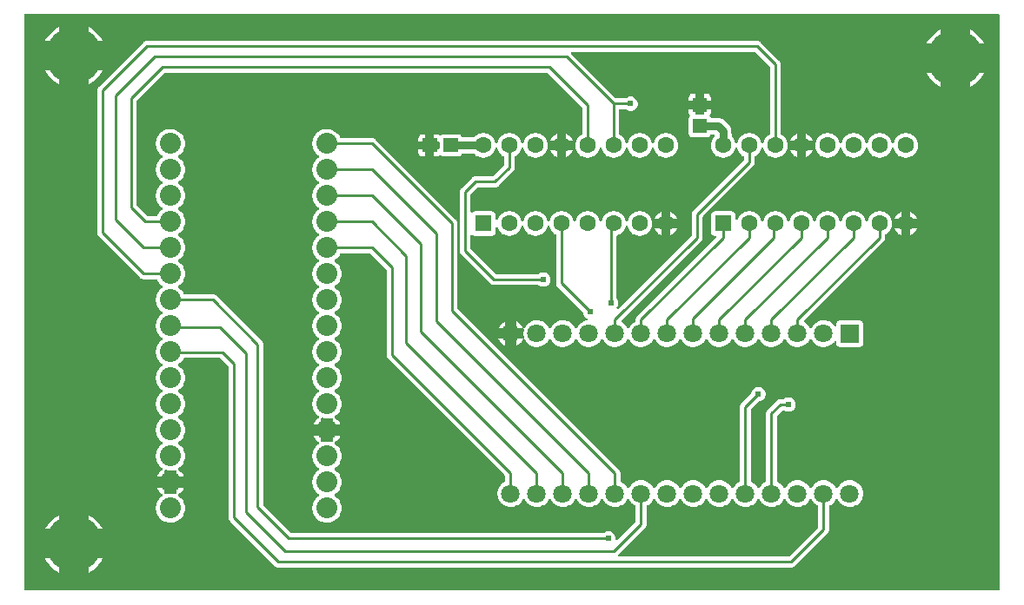
<source format=gtl>
G04 Layer: TopLayer*
G04 Gerber Generator version 0.2*
G04 Scale: 100 percent, Rotated: No, Reflected: No *
G04 Dimensions in millimeters *
G04 leading zeros omitted , absolute positions ,4 integer and 5 decimal *
%FSLAX45Y45*%
%MOMM*%

%ADD10C,0.2540*%
%ADD11C,0.8000*%
%ADD12C,0.6096*%
%ADD13R,1.3500X1.4100*%
%ADD15C,1.8000*%
%ADD17C,1.6000*%
%ADD18R,1.6000X1.6000*%
%ADD19C,2.0320*%
%ADD20C,5.5000*%

%LPD*%
G36*
X136144Y-62991D02*
G01*
X132232Y-62230D01*
X128981Y-59994D01*
X126746Y-56743D01*
X125983Y-52832D01*
X125983Y5551932D01*
X126746Y5555843D01*
X128981Y5559094D01*
X132232Y5561330D01*
X136144Y5562092D01*
X9612884Y5562092D01*
X9616795Y5561330D01*
X9620046Y5559094D01*
X9622282Y5555843D01*
X9623044Y5551932D01*
X9623044Y-52832D01*
X9622282Y-56743D01*
X9620046Y-59994D01*
X9616795Y-62230D01*
X9612884Y-62991D01*
G37*

%LPC*%
G36*
X327304Y5300065D02*
G01*
X464210Y5300065D01*
X464210Y5436971D01*
X443230Y5425236D01*
X422605Y5411470D01*
X403148Y5396128D01*
X384962Y5379313D01*
X368147Y5361127D01*
X352806Y5341670D01*
X339039Y5321046D01*
G37*
G36*
X464210Y112928D02*
G01*
X464210Y249834D01*
X327304Y249834D01*
X339039Y228854D01*
X352806Y208229D01*
X368147Y188772D01*
X384962Y170586D01*
X403148Y153771D01*
X422605Y138430D01*
X443230Y124663D01*
G37*
G36*
X2602179Y162661D02*
G01*
X7592872Y162661D01*
X7597698Y162915D01*
X7602321Y163525D01*
X7606842Y164490D01*
X7611262Y165912D01*
X7615580Y167690D01*
X7619695Y169824D01*
X7623606Y172313D01*
X7627264Y175158D01*
X7630871Y178409D01*
X7948066Y495604D01*
X7951317Y499211D01*
X7954162Y502869D01*
X7956651Y506780D01*
X7958785Y510895D01*
X7960563Y515213D01*
X7961985Y519633D01*
X7962950Y524154D01*
X7963560Y528777D01*
X7963814Y533603D01*
X7963814Y758291D01*
X7964424Y761847D01*
X7966252Y764895D01*
X7969046Y767181D01*
X7980222Y773328D01*
X7992821Y782370D01*
X8004200Y792784D01*
X8014309Y804519D01*
X8022945Y817321D01*
X8028533Y828294D01*
X8030870Y831240D01*
X8034121Y833170D01*
X8037880Y833780D01*
X8041589Y832967D01*
X8044738Y830834D01*
X8046872Y827735D01*
X8048498Y824128D01*
X8056321Y810818D01*
X8065719Y798525D01*
X8076488Y787400D01*
X8088477Y777697D01*
X8101584Y769416D01*
X8115553Y762762D01*
X8130184Y757834D01*
X8145322Y754634D01*
X8160715Y753262D01*
X8176158Y753719D01*
X8191449Y756005D01*
X8206384Y760069D01*
X8220709Y765911D01*
X8234222Y773328D01*
X8246821Y782370D01*
X8258200Y792784D01*
X8268309Y804519D01*
X8276945Y817321D01*
X8284006Y831087D01*
X8289391Y845566D01*
X8292998Y860602D01*
X8294827Y875944D01*
X8294827Y891438D01*
X8292998Y906780D01*
X8289391Y921816D01*
X8284006Y936294D01*
X8276945Y950061D01*
X8268309Y962863D01*
X8258200Y974598D01*
X8246821Y985012D01*
X8234222Y994054D01*
X8220709Y1001521D01*
X8206384Y1007313D01*
X8191449Y1011377D01*
X8176158Y1013663D01*
X8160715Y1014120D01*
X8145322Y1012748D01*
X8130184Y1009599D01*
X8115553Y1004620D01*
X8101584Y997966D01*
X8088477Y989736D01*
X8076488Y979982D01*
X8065719Y968908D01*
X8056321Y956614D01*
X8048498Y943305D01*
X8046872Y939647D01*
X8044738Y936548D01*
X8041589Y934415D01*
X8037880Y933602D01*
X8034121Y934212D01*
X8030870Y936142D01*
X8028533Y939139D01*
X8022945Y950061D01*
X8014309Y962863D01*
X8004200Y974598D01*
X7992821Y985012D01*
X7980222Y994054D01*
X7966709Y1001521D01*
X7952384Y1007313D01*
X7937449Y1011377D01*
X7922158Y1013663D01*
X7906715Y1014120D01*
X7891322Y1012748D01*
X7876184Y1009599D01*
X7861553Y1004620D01*
X7847584Y997966D01*
X7834477Y989736D01*
X7822488Y979982D01*
X7811719Y968908D01*
X7802321Y956614D01*
X7794498Y943305D01*
X7792872Y939647D01*
X7790738Y936548D01*
X7787589Y934415D01*
X7783880Y933602D01*
X7780121Y934212D01*
X7776870Y936142D01*
X7774533Y939139D01*
X7768945Y950061D01*
X7760309Y962863D01*
X7750200Y974598D01*
X7738821Y985012D01*
X7726222Y994054D01*
X7712709Y1001521D01*
X7698384Y1007313D01*
X7683449Y1011377D01*
X7668158Y1013663D01*
X7652715Y1014120D01*
X7637322Y1012748D01*
X7622184Y1009599D01*
X7607553Y1004620D01*
X7593584Y997966D01*
X7580477Y989736D01*
X7568488Y979982D01*
X7557719Y968908D01*
X7548321Y956614D01*
X7540498Y943305D01*
X7538872Y939647D01*
X7536738Y936548D01*
X7533589Y934415D01*
X7529880Y933602D01*
X7526121Y934212D01*
X7522870Y936142D01*
X7520533Y939139D01*
X7514945Y950061D01*
X7506309Y962863D01*
X7496200Y974598D01*
X7484821Y985012D01*
X7472222Y994054D01*
X7461046Y1000201D01*
X7458252Y1002487D01*
X7456424Y1005586D01*
X7455814Y1009091D01*
X7455814Y1637436D01*
X7456576Y1641348D01*
X7458760Y1644650D01*
X7510322Y1696212D01*
X7513472Y1698345D01*
X7517130Y1699209D01*
X7520838Y1698650D01*
X7524140Y1696770D01*
X7525969Y1695196D01*
X7535468Y1689354D01*
X7545730Y1685086D01*
X7556550Y1682496D01*
X7567675Y1681632D01*
X7578801Y1682496D01*
X7589621Y1685086D01*
X7599883Y1689354D01*
X7609382Y1695196D01*
X7617866Y1702409D01*
X7625080Y1710893D01*
X7630922Y1720392D01*
X7635189Y1730654D01*
X7637780Y1741474D01*
X7638643Y1752600D01*
X7637780Y1763725D01*
X7635189Y1774545D01*
X7630922Y1784807D01*
X7625080Y1794306D01*
X7617866Y1802790D01*
X7609382Y1810004D01*
X7599883Y1815846D01*
X7589621Y1820113D01*
X7578801Y1822704D01*
X7567675Y1823567D01*
X7556550Y1822704D01*
X7545730Y1820113D01*
X7535468Y1815846D01*
X7525969Y1810004D01*
X7523886Y1808225D01*
X7520838Y1806448D01*
X7517282Y1805787D01*
X7491679Y1805787D01*
X7486853Y1805584D01*
X7482230Y1804974D01*
X7477709Y1804009D01*
X7473289Y1802587D01*
X7468971Y1800809D01*
X7464856Y1798675D01*
X7460945Y1796186D01*
X7457287Y1793341D01*
X7453680Y1790090D01*
X7365085Y1701495D01*
X7361834Y1697888D01*
X7358989Y1694230D01*
X7356500Y1690319D01*
X7354366Y1686204D01*
X7352588Y1681886D01*
X7351166Y1677466D01*
X7350201Y1672945D01*
X7349591Y1668322D01*
X7349388Y1663496D01*
X7349388Y1009040D01*
X7348677Y1005332D01*
X7346645Y1002131D01*
X7343597Y999896D01*
X7339584Y997966D01*
X7326477Y989736D01*
X7314488Y979982D01*
X7303719Y968908D01*
X7294321Y956614D01*
X7286498Y943305D01*
X7284872Y939647D01*
X7282738Y936548D01*
X7279589Y934415D01*
X7275880Y933602D01*
X7272121Y934212D01*
X7268870Y936142D01*
X7266533Y939139D01*
X7260945Y950061D01*
X7252309Y962863D01*
X7242200Y974598D01*
X7230821Y985012D01*
X7218222Y994054D01*
X7207046Y1000201D01*
X7204252Y1002487D01*
X7202424Y1005586D01*
X7201814Y1009091D01*
X7201814Y1700936D01*
X7202576Y1704848D01*
X7204760Y1708150D01*
X7277608Y1780946D01*
X7280503Y1782978D01*
X7283958Y1783892D01*
X7286701Y1784096D01*
X7297521Y1786686D01*
X7307783Y1790954D01*
X7317282Y1796796D01*
X7325766Y1804009D01*
X7332980Y1812493D01*
X7338822Y1821992D01*
X7343089Y1832254D01*
X7345680Y1843074D01*
X7346543Y1854200D01*
X7345680Y1865325D01*
X7343089Y1876145D01*
X7338822Y1886407D01*
X7332980Y1895906D01*
X7325766Y1904390D01*
X7317282Y1911604D01*
X7307783Y1917446D01*
X7297521Y1921713D01*
X7286701Y1924304D01*
X7275575Y1925167D01*
X7264450Y1924304D01*
X7253630Y1921713D01*
X7243368Y1917446D01*
X7233869Y1911604D01*
X7225385Y1904390D01*
X7218172Y1895906D01*
X7212330Y1886407D01*
X7208062Y1876145D01*
X7205472Y1865325D01*
X7205268Y1862582D01*
X7204354Y1859127D01*
X7202322Y1856232D01*
X7111085Y1764995D01*
X7107834Y1761388D01*
X7104989Y1757730D01*
X7102500Y1753819D01*
X7100366Y1749704D01*
X7098588Y1745386D01*
X7097166Y1740966D01*
X7096201Y1736445D01*
X7095591Y1731822D01*
X7095388Y1726996D01*
X7095388Y1009040D01*
X7094677Y1005332D01*
X7092645Y1002131D01*
X7089597Y999896D01*
X7085584Y997966D01*
X7072477Y989736D01*
X7060488Y979982D01*
X7049719Y968908D01*
X7040321Y956614D01*
X7032498Y943305D01*
X7030872Y939647D01*
X7028738Y936548D01*
X7025589Y934415D01*
X7021880Y933602D01*
X7018121Y934212D01*
X7014870Y936142D01*
X7012533Y939139D01*
X7006945Y950061D01*
X6998309Y962863D01*
X6988200Y974598D01*
X6976821Y985012D01*
X6964222Y994054D01*
X6950709Y1001521D01*
X6936384Y1007313D01*
X6921449Y1011377D01*
X6906158Y1013663D01*
X6890715Y1014120D01*
X6875322Y1012748D01*
X6860184Y1009599D01*
X6845553Y1004620D01*
X6831584Y997966D01*
X6818477Y989736D01*
X6806488Y979982D01*
X6795719Y968908D01*
X6786321Y956614D01*
X6778498Y943305D01*
X6776872Y939647D01*
X6774738Y936548D01*
X6771589Y934415D01*
X6767880Y933602D01*
X6764121Y934212D01*
X6760870Y936142D01*
X6758533Y939139D01*
X6752945Y950061D01*
X6744309Y962863D01*
X6734200Y974598D01*
X6722821Y985012D01*
X6710222Y994054D01*
X6696709Y1001521D01*
X6682384Y1007313D01*
X6667449Y1011377D01*
X6652158Y1013663D01*
X6636715Y1014120D01*
X6621322Y1012748D01*
X6606184Y1009599D01*
X6591553Y1004620D01*
X6577584Y997966D01*
X6564477Y989736D01*
X6552488Y979982D01*
X6541719Y968908D01*
X6532321Y956614D01*
X6524498Y943305D01*
X6522872Y939647D01*
X6520738Y936548D01*
X6517589Y934415D01*
X6513880Y933602D01*
X6510121Y934212D01*
X6506870Y936142D01*
X6504533Y939139D01*
X6498945Y950061D01*
X6490309Y962863D01*
X6480200Y974598D01*
X6468821Y985012D01*
X6456222Y994054D01*
X6442710Y1001521D01*
X6428384Y1007313D01*
X6413449Y1011377D01*
X6398158Y1013663D01*
X6382715Y1014120D01*
X6367322Y1012748D01*
X6352184Y1009599D01*
X6337554Y1004620D01*
X6323584Y997966D01*
X6310477Y989736D01*
X6298488Y979982D01*
X6287719Y968908D01*
X6278321Y956614D01*
X6270498Y943305D01*
X6268872Y939647D01*
X6266738Y936548D01*
X6263589Y934415D01*
X6259880Y933602D01*
X6256121Y934212D01*
X6252870Y936142D01*
X6250533Y939139D01*
X6244945Y950061D01*
X6236309Y962863D01*
X6226200Y974598D01*
X6214821Y985012D01*
X6202222Y994054D01*
X6188710Y1001521D01*
X6174384Y1007313D01*
X6159449Y1011377D01*
X6144158Y1013663D01*
X6128715Y1014120D01*
X6113322Y1012748D01*
X6098184Y1009599D01*
X6083554Y1004620D01*
X6069584Y997966D01*
X6056477Y989736D01*
X6044488Y979982D01*
X6033719Y968908D01*
X6024321Y956614D01*
X6016498Y943305D01*
X6014872Y939647D01*
X6012738Y936548D01*
X6009589Y934415D01*
X6005880Y933602D01*
X6002121Y934212D01*
X5998870Y936142D01*
X5996533Y939139D01*
X5990945Y950061D01*
X5982309Y962863D01*
X5972200Y974598D01*
X5960821Y985012D01*
X5948222Y994054D01*
X5937046Y1000201D01*
X5934252Y1002487D01*
X5932424Y1005586D01*
X5931814Y1009091D01*
X5931814Y1079296D01*
X5931560Y1084122D01*
X5930950Y1088745D01*
X5929985Y1093266D01*
X5928563Y1097686D01*
X5926785Y1102004D01*
X5924651Y1106119D01*
X5922162Y1110030D01*
X5919317Y1113688D01*
X5916066Y1117295D01*
X4347260Y2686050D01*
X4345076Y2689352D01*
X4344314Y2693263D01*
X4344314Y3517696D01*
X4344060Y3522522D01*
X4343450Y3527145D01*
X4342485Y3531666D01*
X4341063Y3536086D01*
X4339285Y3540404D01*
X4337151Y3544519D01*
X4334662Y3548430D01*
X4331817Y3552088D01*
X4328566Y3555695D01*
X3549345Y4334916D01*
X3545738Y4338167D01*
X3542080Y4341012D01*
X3538169Y4343501D01*
X3534054Y4345635D01*
X3529736Y4347413D01*
X3525316Y4348835D01*
X3520795Y4349800D01*
X3516172Y4350410D01*
X3511346Y4350613D01*
X3210153Y4350613D01*
X3206496Y4351324D01*
X3203295Y4353306D01*
X3201060Y4356303D01*
X3195574Y4367377D01*
X3186836Y4381042D01*
X3176574Y4393590D01*
X3164941Y4404918D01*
X3152089Y4414824D01*
X3138170Y4423206D01*
X3123438Y4429912D01*
X3107994Y4434941D01*
X3092094Y4438192D01*
X3075940Y4439564D01*
X3059684Y4439107D01*
X3043631Y4436770D01*
X3027934Y4432655D01*
X3012846Y4426762D01*
X2998470Y4419193D01*
X2985109Y4410049D01*
X2972816Y4399432D01*
X2961843Y4387443D01*
X2952343Y4374337D01*
X2944368Y4360214D01*
X2938018Y4345279D01*
X2933446Y4329684D01*
X2930702Y4313732D01*
X2929788Y4297527D01*
X2930702Y4281322D01*
X2933446Y4265320D01*
X2938018Y4249775D01*
X2944368Y4234840D01*
X2952343Y4220718D01*
X2961843Y4207560D01*
X2972816Y4195622D01*
X2985109Y4185005D01*
X2993999Y4178909D01*
X2996742Y4176115D01*
X2998216Y4172458D01*
X2998216Y4168546D01*
X2996742Y4164939D01*
X2993999Y4162145D01*
X2985109Y4156049D01*
X2972816Y4145432D01*
X2961843Y4133443D01*
X2952343Y4120337D01*
X2944368Y4106214D01*
X2938018Y4091279D01*
X2933446Y4075684D01*
X2930702Y4059732D01*
X2929788Y4043527D01*
X2930702Y4027322D01*
X2933446Y4011320D01*
X2938018Y3995775D01*
X2944368Y3980840D01*
X2952343Y3966718D01*
X2961843Y3953560D01*
X2972816Y3941622D01*
X2985109Y3931005D01*
X2993999Y3924909D01*
X2996742Y3922115D01*
X2998216Y3918458D01*
X2998216Y3914546D01*
X2996742Y3910939D01*
X2993999Y3908145D01*
X2985109Y3902049D01*
X2972816Y3891432D01*
X2961843Y3879443D01*
X2952343Y3866337D01*
X2944368Y3852214D01*
X2938018Y3837279D01*
X2933446Y3821684D01*
X2930702Y3805732D01*
X2929788Y3789527D01*
X2930702Y3773322D01*
X2933446Y3757320D01*
X2938018Y3741775D01*
X2944368Y3726840D01*
X2952343Y3712718D01*
X2961843Y3699560D01*
X2972816Y3687622D01*
X2985109Y3677005D01*
X2993999Y3670909D01*
X2996742Y3668115D01*
X2998216Y3664458D01*
X2998216Y3660546D01*
X2996742Y3656939D01*
X2993999Y3654145D01*
X2985109Y3648049D01*
X2972816Y3637432D01*
X2961843Y3625443D01*
X2952343Y3612337D01*
X2944368Y3598214D01*
X2938018Y3583279D01*
X2933446Y3567684D01*
X2930702Y3551732D01*
X2929788Y3535527D01*
X2930702Y3519322D01*
X2933446Y3503320D01*
X2938018Y3487775D01*
X2944368Y3472840D01*
X2952343Y3458718D01*
X2961843Y3445560D01*
X2972816Y3433622D01*
X2985109Y3423005D01*
X2993999Y3416909D01*
X2996742Y3414115D01*
X2998216Y3410458D01*
X2998216Y3406546D01*
X2996742Y3402939D01*
X2993999Y3400145D01*
X2985109Y3394049D01*
X2972816Y3383432D01*
X2961843Y3371443D01*
X2952343Y3358337D01*
X2944368Y3344214D01*
X2938018Y3329279D01*
X2933446Y3313684D01*
X2930702Y3297732D01*
X2929788Y3281527D01*
X2930702Y3265322D01*
X2933446Y3249320D01*
X2938018Y3233775D01*
X2944368Y3218840D01*
X2952343Y3204718D01*
X2961843Y3191560D01*
X2972816Y3179622D01*
X2985109Y3169005D01*
X2993999Y3162909D01*
X2996742Y3160115D01*
X2998216Y3156458D01*
X2998216Y3152546D01*
X2996742Y3148939D01*
X2993999Y3146145D01*
X2985109Y3140049D01*
X2972816Y3129432D01*
X2961843Y3117443D01*
X2952343Y3104337D01*
X2944368Y3090214D01*
X2938018Y3075279D01*
X2933446Y3059684D01*
X2930702Y3043732D01*
X2929788Y3027527D01*
X2930702Y3011322D01*
X2933446Y2995320D01*
X2938018Y2979775D01*
X2944368Y2964840D01*
X2952343Y2950718D01*
X2961843Y2937560D01*
X2972816Y2925622D01*
X2985109Y2915005D01*
X2993999Y2908909D01*
X2996742Y2906115D01*
X2998216Y2902458D01*
X2998216Y2898546D01*
X2996742Y2894939D01*
X2993999Y2892145D01*
X2985109Y2886049D01*
X2972816Y2875432D01*
X2961843Y2863443D01*
X2952343Y2850337D01*
X2944368Y2836214D01*
X2938018Y2821279D01*
X2933446Y2805684D01*
X2930702Y2789732D01*
X2929788Y2773527D01*
X2930702Y2757322D01*
X2933446Y2741320D01*
X2938018Y2725775D01*
X2944368Y2710840D01*
X2952343Y2696718D01*
X2961843Y2683560D01*
X2972816Y2671622D01*
X2985109Y2661005D01*
X2993999Y2654909D01*
X2996742Y2652115D01*
X2998216Y2648458D01*
X2998216Y2644546D01*
X2996742Y2640939D01*
X2993999Y2638145D01*
X2985109Y2632049D01*
X2972816Y2621432D01*
X2961843Y2609443D01*
X2952343Y2596337D01*
X2944368Y2582214D01*
X2938018Y2567279D01*
X2933446Y2551684D01*
X2930702Y2535732D01*
X2929788Y2519527D01*
X2930702Y2503322D01*
X2933446Y2487320D01*
X2938018Y2471775D01*
X2944368Y2456840D01*
X2952343Y2442718D01*
X2961843Y2429560D01*
X2972816Y2417622D01*
X2985109Y2407005D01*
X2993999Y2400909D01*
X2996742Y2398115D01*
X2998216Y2394458D01*
X2998216Y2390546D01*
X2996742Y2386939D01*
X2993999Y2384145D01*
X2985109Y2378049D01*
X2972816Y2367432D01*
X2961843Y2355443D01*
X2952343Y2342337D01*
X2944368Y2328214D01*
X2938018Y2313279D01*
X2933446Y2297684D01*
X2930702Y2281732D01*
X2929788Y2265527D01*
X2930702Y2249322D01*
X2933446Y2233320D01*
X2938018Y2217775D01*
X2944368Y2202840D01*
X2952343Y2188718D01*
X2961843Y2175560D01*
X2972816Y2163622D01*
X2985109Y2153005D01*
X2993999Y2146909D01*
X2996742Y2144115D01*
X2998216Y2140458D01*
X2998216Y2136546D01*
X2996742Y2132939D01*
X2993999Y2130145D01*
X2985109Y2124049D01*
X2972816Y2113432D01*
X2961843Y2101443D01*
X2952343Y2088337D01*
X2944368Y2074214D01*
X2938018Y2059279D01*
X2933446Y2043684D01*
X2930702Y2027732D01*
X2929788Y2011527D01*
X2930702Y1995322D01*
X2933446Y1979320D01*
X2938018Y1963775D01*
X2944368Y1948840D01*
X2952343Y1934718D01*
X2961843Y1921560D01*
X2972816Y1909622D01*
X2985109Y1899005D01*
X2993999Y1892909D01*
X2996742Y1890115D01*
X2998216Y1886457D01*
X2998216Y1882546D01*
X2996742Y1878939D01*
X2993999Y1876145D01*
X2985109Y1870049D01*
X2972816Y1859432D01*
X2961843Y1847443D01*
X2952343Y1834337D01*
X2944368Y1820214D01*
X2938018Y1805279D01*
X2933446Y1789684D01*
X2930702Y1773732D01*
X2929788Y1757527D01*
X2930702Y1741322D01*
X2933446Y1725320D01*
X2938018Y1709775D01*
X2944368Y1694840D01*
X2952343Y1680718D01*
X2961843Y1667560D01*
X2972816Y1655622D01*
X2985109Y1645005D01*
X2993999Y1638909D01*
X2996742Y1636115D01*
X2998216Y1632457D01*
X2998216Y1628546D01*
X2996742Y1624939D01*
X2993999Y1622145D01*
X2985109Y1616049D01*
X2972816Y1605432D01*
X2961843Y1593443D01*
X2952343Y1580337D01*
X2944368Y1566214D01*
X2942031Y1560677D01*
X3014726Y1560677D01*
X3014726Y1612696D01*
X3015386Y1616303D01*
X3017316Y1619453D01*
X3020263Y1621739D01*
X3023768Y1622806D01*
X3027476Y1622501D01*
X3043631Y1618234D01*
X3059684Y1615948D01*
X3075940Y1615490D01*
X3092094Y1616862D01*
X3107994Y1620113D01*
X3115716Y1622602D01*
X3119475Y1623060D01*
X3123184Y1622145D01*
X3126282Y1619910D01*
X3128314Y1616659D01*
X3129026Y1612950D01*
X3129026Y1560677D01*
X3201873Y1560677D01*
X3195574Y1573377D01*
X3186836Y1587042D01*
X3176574Y1599590D01*
X3164941Y1610918D01*
X3152089Y1620824D01*
X3150412Y1621840D01*
X3147364Y1624634D01*
X3145688Y1628444D01*
X3145688Y1632610D01*
X3147364Y1636420D01*
X3150412Y1639214D01*
X3152089Y1640230D01*
X3164941Y1650136D01*
X3176574Y1661414D01*
X3186836Y1674012D01*
X3195574Y1687626D01*
X3202736Y1702206D01*
X3208223Y1717497D01*
X3211880Y1733296D01*
X3213709Y1749399D01*
X3213709Y1765655D01*
X3211880Y1781759D01*
X3208223Y1797557D01*
X3202736Y1812848D01*
X3195574Y1827377D01*
X3186836Y1841042D01*
X3176574Y1853590D01*
X3164941Y1864918D01*
X3152089Y1874824D01*
X3150412Y1875840D01*
X3147364Y1878634D01*
X3145688Y1882444D01*
X3145688Y1886610D01*
X3147364Y1890420D01*
X3150412Y1893214D01*
X3152089Y1894230D01*
X3164941Y1904136D01*
X3176574Y1915414D01*
X3186836Y1928012D01*
X3195574Y1941626D01*
X3202736Y1956206D01*
X3208223Y1971497D01*
X3211880Y1987296D01*
X3213709Y2003399D01*
X3213709Y2019655D01*
X3211880Y2035759D01*
X3208223Y2051557D01*
X3202736Y2066848D01*
X3195574Y2081377D01*
X3186836Y2095042D01*
X3176574Y2107590D01*
X3164941Y2118918D01*
X3152089Y2128824D01*
X3150412Y2129840D01*
X3147364Y2132634D01*
X3145688Y2136444D01*
X3145688Y2140610D01*
X3147364Y2144420D01*
X3150412Y2147214D01*
X3152089Y2148230D01*
X3164941Y2158136D01*
X3176574Y2169414D01*
X3186836Y2182012D01*
X3195574Y2195626D01*
X3202736Y2210206D01*
X3208223Y2225497D01*
X3211880Y2241296D01*
X3213709Y2257399D01*
X3213709Y2273655D01*
X3211880Y2289759D01*
X3208223Y2305558D01*
X3202736Y2320848D01*
X3195574Y2335377D01*
X3186836Y2349042D01*
X3176574Y2361590D01*
X3164941Y2372918D01*
X3152089Y2382824D01*
X3150412Y2383840D01*
X3147364Y2386634D01*
X3145688Y2390444D01*
X3145688Y2394610D01*
X3147364Y2398420D01*
X3150412Y2401214D01*
X3152089Y2402230D01*
X3164941Y2412136D01*
X3176574Y2423414D01*
X3186836Y2436012D01*
X3195574Y2449626D01*
X3202736Y2464206D01*
X3208223Y2479497D01*
X3211880Y2495296D01*
X3213709Y2511399D01*
X3213709Y2527655D01*
X3211880Y2543759D01*
X3208223Y2559558D01*
X3202736Y2574848D01*
X3195574Y2589377D01*
X3186836Y2603042D01*
X3176574Y2615590D01*
X3164941Y2626918D01*
X3152089Y2636824D01*
X3150412Y2637840D01*
X3147364Y2640634D01*
X3145688Y2644444D01*
X3145688Y2648610D01*
X3147364Y2652420D01*
X3150412Y2655214D01*
X3152089Y2656230D01*
X3164941Y2666136D01*
X3176574Y2677414D01*
X3186836Y2690012D01*
X3195574Y2703626D01*
X3202736Y2718206D01*
X3208223Y2733497D01*
X3211880Y2749296D01*
X3213709Y2765399D01*
X3213709Y2781655D01*
X3211880Y2797759D01*
X3208223Y2813558D01*
X3202736Y2828848D01*
X3195574Y2843377D01*
X3186836Y2857042D01*
X3176574Y2869590D01*
X3164941Y2880918D01*
X3152089Y2890824D01*
X3150412Y2891840D01*
X3147364Y2894634D01*
X3145688Y2898444D01*
X3145688Y2902610D01*
X3147364Y2906420D01*
X3150412Y2909214D01*
X3152089Y2910230D01*
X3164941Y2920136D01*
X3176574Y2931414D01*
X3186836Y2944012D01*
X3195574Y2957626D01*
X3202736Y2972206D01*
X3208223Y2987497D01*
X3211880Y3003296D01*
X3213709Y3019399D01*
X3213709Y3035655D01*
X3211880Y3051759D01*
X3208223Y3067558D01*
X3202736Y3082848D01*
X3195574Y3097377D01*
X3186836Y3111042D01*
X3176574Y3123590D01*
X3164941Y3134918D01*
X3152089Y3144824D01*
X3150412Y3145840D01*
X3147364Y3148634D01*
X3145688Y3152444D01*
X3145688Y3156610D01*
X3147364Y3160420D01*
X3150412Y3163214D01*
X3152089Y3164230D01*
X3164941Y3174136D01*
X3176574Y3185414D01*
X3186836Y3198012D01*
X3195574Y3211626D01*
X3200958Y3222548D01*
X3203194Y3225546D01*
X3206394Y3227527D01*
X3210052Y3228187D01*
X3485286Y3228187D01*
X3489198Y3227425D01*
X3492500Y3225241D01*
X3650691Y3067050D01*
X3652875Y3063748D01*
X3653637Y3059836D01*
X3653637Y2235403D01*
X3653891Y2230577D01*
X3654501Y2225954D01*
X3655466Y2221433D01*
X3656888Y2217013D01*
X3658666Y2212695D01*
X3660800Y2208580D01*
X3663289Y2204669D01*
X3666134Y2201011D01*
X3669385Y2197404D01*
X4806391Y1060450D01*
X4808575Y1057148D01*
X4809388Y1053236D01*
X4809388Y1009040D01*
X4808677Y1005332D01*
X4806645Y1002131D01*
X4803597Y999896D01*
X4799584Y997966D01*
X4786477Y989736D01*
X4774488Y979982D01*
X4763719Y968908D01*
X4754321Y956614D01*
X4746498Y943305D01*
X4740249Y929132D01*
X4735728Y914349D01*
X4732985Y899109D01*
X4732070Y883716D01*
X4732985Y868273D01*
X4735728Y853033D01*
X4740249Y838250D01*
X4746498Y824128D01*
X4754321Y810818D01*
X4763719Y798525D01*
X4774488Y787400D01*
X4786477Y777697D01*
X4799584Y769416D01*
X4813554Y762762D01*
X4828184Y757834D01*
X4843322Y754634D01*
X4858715Y753262D01*
X4874158Y753719D01*
X4889449Y756005D01*
X4904384Y760069D01*
X4918710Y765911D01*
X4932222Y773328D01*
X4944821Y782370D01*
X4956200Y792784D01*
X4966309Y804519D01*
X4974945Y817321D01*
X4980533Y828294D01*
X4982870Y831240D01*
X4986121Y833170D01*
X4989880Y833780D01*
X4993589Y832967D01*
X4996738Y830834D01*
X4998872Y827735D01*
X5000498Y824128D01*
X5008321Y810818D01*
X5017719Y798525D01*
X5028488Y787400D01*
X5040477Y777697D01*
X5053584Y769416D01*
X5067554Y762762D01*
X5082184Y757834D01*
X5097322Y754634D01*
X5112715Y753262D01*
X5128158Y753719D01*
X5143449Y756005D01*
X5158384Y760069D01*
X5172710Y765911D01*
X5186222Y773328D01*
X5198821Y782370D01*
X5210200Y792784D01*
X5220309Y804519D01*
X5228945Y817321D01*
X5234533Y828294D01*
X5236870Y831240D01*
X5240121Y833170D01*
X5243880Y833780D01*
X5247589Y832967D01*
X5250738Y830834D01*
X5252872Y827735D01*
X5254498Y824128D01*
X5262321Y810818D01*
X5271719Y798525D01*
X5282488Y787400D01*
X5294477Y777697D01*
X5307584Y769416D01*
X5321554Y762762D01*
X5336184Y757834D01*
X5351322Y754634D01*
X5366715Y753262D01*
X5382158Y753719D01*
X5397449Y756005D01*
X5412384Y760069D01*
X5426710Y765911D01*
X5440222Y773328D01*
X5452821Y782370D01*
X5464200Y792784D01*
X5474309Y804519D01*
X5482945Y817321D01*
X5488533Y828294D01*
X5490870Y831240D01*
X5494121Y833170D01*
X5497880Y833780D01*
X5501589Y832967D01*
X5504738Y830834D01*
X5506872Y827735D01*
X5508498Y824128D01*
X5516321Y810818D01*
X5525719Y798525D01*
X5536488Y787400D01*
X5548477Y777697D01*
X5561584Y769416D01*
X5575554Y762762D01*
X5590184Y757834D01*
X5605322Y754634D01*
X5620715Y753262D01*
X5636158Y753719D01*
X5651449Y756005D01*
X5666384Y760069D01*
X5680710Y765911D01*
X5694222Y773328D01*
X5706821Y782370D01*
X5718200Y792784D01*
X5728309Y804519D01*
X5736945Y817321D01*
X5742533Y828294D01*
X5744870Y831240D01*
X5748121Y833170D01*
X5751880Y833780D01*
X5755589Y832967D01*
X5758738Y830834D01*
X5760872Y827735D01*
X5762498Y824128D01*
X5770321Y810818D01*
X5779719Y798525D01*
X5790488Y787400D01*
X5802477Y777697D01*
X5815584Y769416D01*
X5829554Y762762D01*
X5844184Y757834D01*
X5859322Y754634D01*
X5874715Y753262D01*
X5890158Y753719D01*
X5905449Y756005D01*
X5920384Y760069D01*
X5934710Y765911D01*
X5948222Y773328D01*
X5960821Y782370D01*
X5972200Y792784D01*
X5982309Y804519D01*
X5990945Y817321D01*
X5996533Y828294D01*
X5998870Y831240D01*
X6002121Y833170D01*
X6005880Y833780D01*
X6009589Y832967D01*
X6012738Y830834D01*
X6014872Y827735D01*
X6016498Y824128D01*
X6024321Y810818D01*
X6033719Y798525D01*
X6044488Y787400D01*
X6056477Y777697D01*
X6069584Y769416D01*
X6073597Y767537D01*
X6076645Y765251D01*
X6078677Y762050D01*
X6079388Y758342D01*
X6079388Y610463D01*
X6078575Y606552D01*
X6076391Y603250D01*
X5902807Y429666D01*
X5899404Y427431D01*
X5895340Y426720D01*
X5891377Y427634D01*
X5888075Y430072D01*
X5885992Y433628D01*
X5885484Y437692D01*
X5886043Y444500D01*
X5885180Y455625D01*
X5882589Y466445D01*
X5878322Y476707D01*
X5872480Y486206D01*
X5865266Y494690D01*
X5856782Y501904D01*
X5847283Y507746D01*
X5837021Y512013D01*
X5826201Y514604D01*
X5815076Y515467D01*
X5803950Y514604D01*
X5793130Y512013D01*
X5782868Y507746D01*
X5773369Y501904D01*
X5771286Y500126D01*
X5768238Y498348D01*
X5764682Y497687D01*
X2729839Y497687D01*
X2725928Y498500D01*
X2722626Y500684D01*
X2454960Y768350D01*
X2452776Y771652D01*
X2452014Y775563D01*
X2452014Y2336596D01*
X2451760Y2341422D01*
X2451150Y2346045D01*
X2450185Y2350566D01*
X2448763Y2354986D01*
X2446985Y2359304D01*
X2444851Y2363419D01*
X2442362Y2367330D01*
X2439517Y2370988D01*
X2436266Y2374595D01*
X1999945Y2810916D01*
X1996338Y2814167D01*
X1992680Y2817012D01*
X1988769Y2819501D01*
X1984654Y2821635D01*
X1980336Y2823413D01*
X1975916Y2824835D01*
X1971395Y2825800D01*
X1966772Y2826410D01*
X1961946Y2826613D01*
X1686153Y2826613D01*
X1682496Y2827324D01*
X1679295Y2829306D01*
X1677060Y2832303D01*
X1671574Y2843377D01*
X1662836Y2857042D01*
X1652574Y2869590D01*
X1640941Y2880918D01*
X1628089Y2890824D01*
X1626412Y2891840D01*
X1623364Y2894634D01*
X1621688Y2898444D01*
X1621688Y2902610D01*
X1623364Y2906420D01*
X1626412Y2909214D01*
X1628089Y2910230D01*
X1640941Y2920136D01*
X1652574Y2931414D01*
X1662836Y2944012D01*
X1671574Y2957626D01*
X1678736Y2972206D01*
X1684223Y2987497D01*
X1687880Y3003296D01*
X1689709Y3019399D01*
X1689709Y3035655D01*
X1687880Y3051759D01*
X1684223Y3067558D01*
X1678736Y3082848D01*
X1671574Y3097377D01*
X1662836Y3111042D01*
X1652574Y3123590D01*
X1640941Y3134918D01*
X1628089Y3144824D01*
X1626412Y3145840D01*
X1623364Y3148634D01*
X1621688Y3152444D01*
X1621688Y3156610D01*
X1623364Y3160420D01*
X1626412Y3163214D01*
X1628089Y3164230D01*
X1640941Y3174136D01*
X1652574Y3185414D01*
X1662836Y3198012D01*
X1671574Y3211626D01*
X1678736Y3226206D01*
X1684223Y3241497D01*
X1687880Y3257296D01*
X1689709Y3273399D01*
X1689709Y3289655D01*
X1687880Y3305759D01*
X1684223Y3321558D01*
X1678736Y3336848D01*
X1671574Y3351377D01*
X1662836Y3365042D01*
X1652574Y3377590D01*
X1640941Y3388918D01*
X1628089Y3398824D01*
X1626412Y3399840D01*
X1623364Y3402634D01*
X1621688Y3406444D01*
X1621688Y3410610D01*
X1623364Y3414420D01*
X1626412Y3417214D01*
X1628089Y3418230D01*
X1640941Y3428136D01*
X1652574Y3439414D01*
X1662836Y3452012D01*
X1671574Y3465626D01*
X1678736Y3480206D01*
X1684223Y3495497D01*
X1687880Y3511296D01*
X1689709Y3527399D01*
X1689709Y3543655D01*
X1687880Y3559759D01*
X1684223Y3575558D01*
X1678736Y3590848D01*
X1671574Y3605377D01*
X1662836Y3619042D01*
X1652574Y3631590D01*
X1640941Y3642918D01*
X1628089Y3652824D01*
X1626412Y3653840D01*
X1623364Y3656634D01*
X1621688Y3660444D01*
X1621688Y3664610D01*
X1623364Y3668420D01*
X1626412Y3671214D01*
X1628089Y3672230D01*
X1640941Y3682136D01*
X1652574Y3693414D01*
X1662836Y3706012D01*
X1671574Y3719626D01*
X1678736Y3734206D01*
X1684223Y3749497D01*
X1687880Y3765296D01*
X1689709Y3781399D01*
X1689709Y3797655D01*
X1687880Y3813759D01*
X1684223Y3829558D01*
X1678736Y3844848D01*
X1671574Y3859377D01*
X1662836Y3873042D01*
X1652574Y3885590D01*
X1640941Y3896918D01*
X1628089Y3906824D01*
X1626412Y3907840D01*
X1623364Y3910634D01*
X1621688Y3914444D01*
X1621688Y3918610D01*
X1623364Y3922420D01*
X1626412Y3925214D01*
X1628089Y3926230D01*
X1640941Y3936136D01*
X1652574Y3947414D01*
X1662836Y3960012D01*
X1671574Y3973626D01*
X1678736Y3988206D01*
X1684223Y4003497D01*
X1687880Y4019296D01*
X1689709Y4035399D01*
X1689709Y4051655D01*
X1687880Y4067759D01*
X1684223Y4083558D01*
X1678736Y4098848D01*
X1671574Y4113377D01*
X1662836Y4127042D01*
X1652574Y4139590D01*
X1640941Y4150918D01*
X1628089Y4160824D01*
X1626412Y4161840D01*
X1623364Y4164634D01*
X1621688Y4168444D01*
X1621688Y4172610D01*
X1623364Y4176420D01*
X1626412Y4179214D01*
X1628089Y4180230D01*
X1640941Y4190136D01*
X1652574Y4201414D01*
X1662836Y4214012D01*
X1671574Y4227626D01*
X1678736Y4242206D01*
X1684223Y4257497D01*
X1687880Y4273296D01*
X1689709Y4289399D01*
X1689709Y4305655D01*
X1687880Y4321759D01*
X1684223Y4337558D01*
X1678736Y4352848D01*
X1671574Y4367377D01*
X1662836Y4381042D01*
X1652574Y4393590D01*
X1640941Y4404918D01*
X1628089Y4414824D01*
X1614170Y4423206D01*
X1599438Y4429912D01*
X1583994Y4434941D01*
X1568094Y4438192D01*
X1551940Y4439564D01*
X1535684Y4439107D01*
X1519631Y4436770D01*
X1503934Y4432655D01*
X1488846Y4426762D01*
X1474470Y4419193D01*
X1461109Y4410049D01*
X1448816Y4399432D01*
X1437843Y4387443D01*
X1428343Y4374337D01*
X1420368Y4360214D01*
X1414018Y4345279D01*
X1409446Y4329684D01*
X1406702Y4313732D01*
X1405788Y4297527D01*
X1406702Y4281322D01*
X1409446Y4265320D01*
X1414018Y4249775D01*
X1420368Y4234840D01*
X1428343Y4220718D01*
X1437843Y4207560D01*
X1448816Y4195622D01*
X1461109Y4185005D01*
X1469999Y4178909D01*
X1472742Y4176115D01*
X1474216Y4172458D01*
X1474216Y4168546D01*
X1472742Y4164939D01*
X1469999Y4162145D01*
X1461109Y4156049D01*
X1448816Y4145432D01*
X1437843Y4133443D01*
X1428343Y4120337D01*
X1420368Y4106214D01*
X1414018Y4091279D01*
X1409446Y4075684D01*
X1406702Y4059732D01*
X1405788Y4043527D01*
X1406702Y4027322D01*
X1409446Y4011320D01*
X1414018Y3995775D01*
X1420368Y3980840D01*
X1428343Y3966718D01*
X1437843Y3953560D01*
X1448816Y3941622D01*
X1461109Y3931005D01*
X1469999Y3924909D01*
X1472742Y3922115D01*
X1474216Y3918458D01*
X1474216Y3914546D01*
X1472742Y3910939D01*
X1469999Y3908145D01*
X1461109Y3902049D01*
X1448816Y3891432D01*
X1437843Y3879443D01*
X1428343Y3866337D01*
X1420368Y3852214D01*
X1414018Y3837279D01*
X1409446Y3821684D01*
X1406702Y3805732D01*
X1405788Y3789527D01*
X1406702Y3773322D01*
X1409446Y3757320D01*
X1414018Y3741775D01*
X1420368Y3726840D01*
X1428343Y3712718D01*
X1437843Y3699560D01*
X1448816Y3687622D01*
X1461109Y3677005D01*
X1469999Y3670909D01*
X1472742Y3668115D01*
X1474216Y3664458D01*
X1474216Y3660546D01*
X1472742Y3656939D01*
X1469999Y3654145D01*
X1461109Y3648049D01*
X1448816Y3637432D01*
X1437843Y3625443D01*
X1428343Y3612337D01*
X1420368Y3598214D01*
X1418945Y3594862D01*
X1416710Y3591560D01*
X1413408Y3589426D01*
X1409547Y3588613D01*
X1328013Y3588613D01*
X1324102Y3589426D01*
X1320800Y3591610D01*
X1223060Y3689350D01*
X1220876Y3692651D01*
X1220114Y3696563D01*
X1220114Y4710836D01*
X1220876Y4714748D01*
X1223060Y4718050D01*
X1490726Y4985715D01*
X1494028Y4987899D01*
X1497939Y4988661D01*
X5217312Y4988661D01*
X5221224Y4987899D01*
X5224526Y4985715D01*
X5555691Y4654550D01*
X5557875Y4651248D01*
X5558688Y4647336D01*
X5558688Y4394098D01*
X5558078Y4390745D01*
X5556402Y4387748D01*
X5553862Y4385462D01*
X5542229Y4378248D01*
X5530646Y4368952D01*
X5520334Y4358335D01*
X5511393Y4346498D01*
X5503976Y4333646D01*
X5498185Y4319981D01*
X5494121Y4305706D01*
X5491886Y4291025D01*
X5491429Y4276191D01*
X5492750Y4261459D01*
X5495950Y4246930D01*
X5500878Y4232960D01*
X5507482Y4219651D01*
X5515660Y4207306D01*
X5525312Y4196029D01*
X5536285Y4186021D01*
X5548426Y4177487D01*
X5561482Y4170476D01*
X5575300Y4165092D01*
X5589676Y4161485D01*
X5604408Y4159656D01*
X5619242Y4159656D01*
X5633974Y4161485D01*
X5648350Y4165092D01*
X5662218Y4170476D01*
X5675274Y4177487D01*
X5687364Y4186021D01*
X5698337Y4196029D01*
X5707989Y4207306D01*
X5716168Y4219651D01*
X5722823Y4232960D01*
X5727750Y4246930D01*
X5728919Y4252315D01*
X5730494Y4255922D01*
X5733288Y4258665D01*
X5736894Y4260138D01*
X5740806Y4260138D01*
X5744413Y4258665D01*
X5747207Y4255922D01*
X5748782Y4252315D01*
X5749950Y4246930D01*
X5754878Y4232960D01*
X5761482Y4219651D01*
X5769660Y4207306D01*
X5779312Y4196029D01*
X5790285Y4186021D01*
X5802426Y4177487D01*
X5815482Y4170476D01*
X5829300Y4165092D01*
X5843676Y4161485D01*
X5858408Y4159656D01*
X5873242Y4159656D01*
X5887974Y4161485D01*
X5902350Y4165092D01*
X5916218Y4170476D01*
X5929274Y4177487D01*
X5941364Y4186021D01*
X5952337Y4196029D01*
X5961989Y4207306D01*
X5970168Y4219651D01*
X5976823Y4232960D01*
X5981750Y4246930D01*
X5982919Y4252315D01*
X5984494Y4255922D01*
X5987288Y4258665D01*
X5990894Y4260138D01*
X5994806Y4260138D01*
X5998413Y4258665D01*
X6001207Y4255922D01*
X6002782Y4252315D01*
X6003950Y4246930D01*
X6008878Y4232960D01*
X6015482Y4219651D01*
X6023660Y4207306D01*
X6033312Y4196029D01*
X6044285Y4186021D01*
X6056426Y4177487D01*
X6069482Y4170476D01*
X6083300Y4165092D01*
X6097676Y4161485D01*
X6112408Y4159656D01*
X6127242Y4159656D01*
X6141974Y4161485D01*
X6156350Y4165092D01*
X6170218Y4170476D01*
X6183274Y4177487D01*
X6195364Y4186021D01*
X6206337Y4196029D01*
X6215989Y4207306D01*
X6224168Y4219651D01*
X6230823Y4232960D01*
X6235750Y4246930D01*
X6236919Y4252315D01*
X6238494Y4255922D01*
X6241288Y4258665D01*
X6244894Y4260138D01*
X6248806Y4260138D01*
X6252413Y4258665D01*
X6255207Y4255922D01*
X6256782Y4252315D01*
X6257950Y4246930D01*
X6262878Y4232960D01*
X6269482Y4219651D01*
X6277660Y4207306D01*
X6287312Y4196029D01*
X6298285Y4186021D01*
X6310426Y4177487D01*
X6323482Y4170476D01*
X6337300Y4165092D01*
X6351676Y4161485D01*
X6366408Y4159656D01*
X6381242Y4159656D01*
X6395974Y4161485D01*
X6410350Y4165092D01*
X6424218Y4170476D01*
X6437274Y4177487D01*
X6449364Y4186021D01*
X6460337Y4196029D01*
X6469989Y4207306D01*
X6478168Y4219651D01*
X6484823Y4232960D01*
X6489750Y4246930D01*
X6492900Y4261459D01*
X6494272Y4276191D01*
X6493814Y4291025D01*
X6491528Y4305706D01*
X6487464Y4319981D01*
X6481724Y4333646D01*
X6474307Y4346498D01*
X6465366Y4358335D01*
X6455003Y4368952D01*
X6443472Y4378248D01*
X6430822Y4386072D01*
X6417360Y4392269D01*
X6403238Y4396790D01*
X6388658Y4399483D01*
X6373825Y4400397D01*
X6359042Y4399483D01*
X6344462Y4396790D01*
X6330289Y4392269D01*
X6316827Y4386072D01*
X6304229Y4378248D01*
X6292646Y4368952D01*
X6282334Y4358335D01*
X6273393Y4346498D01*
X6265976Y4333646D01*
X6260185Y4319981D01*
X6256629Y4307382D01*
X6254546Y4303522D01*
X6251092Y4300931D01*
X6246825Y4299966D01*
X6242608Y4300931D01*
X6239103Y4303522D01*
X6237071Y4307382D01*
X6233464Y4319981D01*
X6227724Y4333646D01*
X6220307Y4346498D01*
X6211366Y4358335D01*
X6201003Y4368952D01*
X6189472Y4378248D01*
X6176822Y4386072D01*
X6163360Y4392269D01*
X6149238Y4396790D01*
X6134658Y4399483D01*
X6119825Y4400397D01*
X6105042Y4399483D01*
X6090462Y4396790D01*
X6076289Y4392269D01*
X6062827Y4386072D01*
X6050229Y4378248D01*
X6038646Y4368952D01*
X6028334Y4358335D01*
X6019393Y4346498D01*
X6011976Y4333646D01*
X6006185Y4319981D01*
X6002629Y4307382D01*
X6000546Y4303522D01*
X5997092Y4300931D01*
X5992825Y4299966D01*
X5988608Y4300931D01*
X5985103Y4303522D01*
X5983071Y4307382D01*
X5979464Y4319981D01*
X5973724Y4333646D01*
X5966307Y4346498D01*
X5957366Y4358335D01*
X5947003Y4368952D01*
X5935472Y4378248D01*
X5923889Y4385411D01*
X5921349Y4387697D01*
X5919673Y4390694D01*
X5919114Y4394047D01*
X5919114Y4622901D01*
X5919876Y4626813D01*
X5922060Y4630115D01*
X5925362Y4632299D01*
X5929274Y4633061D01*
X5980582Y4633061D01*
X5984138Y4632452D01*
X5987186Y4630674D01*
X5989269Y4628896D01*
X5998768Y4623054D01*
X6009030Y4618786D01*
X6019850Y4616196D01*
X6030976Y4615332D01*
X6042101Y4616196D01*
X6052921Y4618786D01*
X6063183Y4623054D01*
X6072682Y4628896D01*
X6081166Y4636109D01*
X6088380Y4644593D01*
X6094222Y4654092D01*
X6098489Y4664354D01*
X6101080Y4675174D01*
X6101943Y4686300D01*
X6101080Y4697425D01*
X6098489Y4708245D01*
X6094222Y4718507D01*
X6088380Y4728006D01*
X6081166Y4736490D01*
X6072682Y4743704D01*
X6063183Y4749546D01*
X6052921Y4753813D01*
X6042101Y4756404D01*
X6030976Y4757267D01*
X6019850Y4756404D01*
X6009030Y4753813D01*
X5998768Y4749546D01*
X5989269Y4743704D01*
X5987186Y4741926D01*
X5984138Y4740148D01*
X5980582Y4739487D01*
X5892139Y4739487D01*
X5888228Y4740300D01*
X5884926Y4742484D01*
X5452872Y5174538D01*
X5450687Y5177840D01*
X5449925Y5181701D01*
X5450687Y5185613D01*
X5452872Y5188915D01*
X5456174Y5191099D01*
X5460085Y5191861D01*
X7236612Y5191861D01*
X7240524Y5191099D01*
X7243825Y5188915D01*
X7384491Y5048250D01*
X7386675Y5044948D01*
X7387488Y5041036D01*
X7387488Y4394098D01*
X7386878Y4390745D01*
X7385202Y4387748D01*
X7382662Y4385462D01*
X7371029Y4378248D01*
X7359446Y4368952D01*
X7349134Y4358335D01*
X7340193Y4346498D01*
X7332776Y4333646D01*
X7326985Y4319981D01*
X7323429Y4307382D01*
X7321346Y4303522D01*
X7317892Y4300931D01*
X7313625Y4299966D01*
X7309408Y4300931D01*
X7305903Y4303522D01*
X7303871Y4307382D01*
X7300264Y4319981D01*
X7294524Y4333646D01*
X7287107Y4346498D01*
X7278166Y4358335D01*
X7267803Y4368952D01*
X7256272Y4378248D01*
X7243622Y4386072D01*
X7230160Y4392269D01*
X7216038Y4396790D01*
X7201458Y4399483D01*
X7186625Y4400397D01*
X7171842Y4399483D01*
X7157262Y4396790D01*
X7143089Y4392269D01*
X7129627Y4386072D01*
X7117029Y4378248D01*
X7105446Y4368952D01*
X7095134Y4358335D01*
X7086193Y4346498D01*
X7078776Y4333646D01*
X7072985Y4319981D01*
X7069429Y4307382D01*
X7067346Y4303522D01*
X7063892Y4300931D01*
X7059625Y4299966D01*
X7055408Y4300931D01*
X7051903Y4303522D01*
X7049871Y4307382D01*
X7046264Y4319981D01*
X7040524Y4333646D01*
X7033107Y4346498D01*
X7024166Y4358335D01*
X7016038Y4366666D01*
X7013956Y4369917D01*
X7013194Y4373727D01*
X7013143Y4422444D01*
X7012279Y4431792D01*
X7011822Y4434382D01*
X7009536Y4443526D01*
X7008723Y4446016D01*
X7005116Y4454702D01*
X7003948Y4457039D01*
X6999071Y4465116D01*
X6997547Y4467250D01*
X6991553Y4474514D01*
X6938162Y4527905D01*
X6930948Y4533900D01*
X6928764Y4535424D01*
X6920738Y4540250D01*
X6918350Y4541469D01*
X6909663Y4545076D01*
X6907174Y4545888D01*
X6898030Y4548124D01*
X6895439Y4548581D01*
X6886092Y4549444D01*
X6817969Y4549495D01*
X6814413Y4550156D01*
X6811264Y4552035D01*
X6809028Y4554880D01*
X6805218Y4561992D01*
X6802272Y4565548D01*
X6800596Y4568596D01*
X6799986Y4572000D01*
X6800596Y4575403D01*
X6802272Y4578451D01*
X6805218Y4582007D01*
X6808978Y4589018D01*
X6811264Y4596587D01*
X6812076Y4605020D01*
X6812076Y4633417D01*
X6744157Y4633417D01*
X6744157Y4590186D01*
X6743395Y4586274D01*
X6741210Y4582972D01*
X6737908Y4580788D01*
X6733997Y4580026D01*
X6674154Y4580026D01*
X6670243Y4580788D01*
X6666941Y4582972D01*
X6664756Y4586274D01*
X6663994Y4590186D01*
X6663994Y4633417D01*
X6596075Y4633417D01*
X6596075Y4605020D01*
X6596888Y4596587D01*
X6599174Y4589018D01*
X6602933Y4582007D01*
X6605879Y4578451D01*
X6607556Y4575403D01*
X6608165Y4572000D01*
X6607556Y4568596D01*
X6605879Y4565548D01*
X6602933Y4561992D01*
X6599174Y4554982D01*
X6596888Y4547412D01*
X6596075Y4538980D01*
X6596075Y4398975D01*
X6596888Y4390593D01*
X6599174Y4383024D01*
X6602933Y4376013D01*
X6607962Y4369866D01*
X6614109Y4364837D01*
X6621068Y4361129D01*
X6628688Y4358792D01*
X6637070Y4357979D01*
X6771081Y4357979D01*
X6779463Y4358792D01*
X6787083Y4361129D01*
X6794042Y4364837D01*
X6800189Y4369866D01*
X6805218Y4376013D01*
X6809028Y4383125D01*
X6811264Y4385970D01*
X6814413Y4387850D01*
X6817969Y4388510D01*
X6841998Y4388510D01*
X6845909Y4387697D01*
X6849211Y4385513D01*
X6851396Y4382211D01*
X6852158Y4378350D01*
X6852158Y4373778D01*
X6851396Y4369968D01*
X6849313Y4366717D01*
X6841134Y4358335D01*
X6832193Y4346498D01*
X6824776Y4333646D01*
X6818985Y4319981D01*
X6814921Y4305706D01*
X6812686Y4291025D01*
X6812229Y4276191D01*
X6813550Y4261459D01*
X6816750Y4246930D01*
X6821678Y4232960D01*
X6828281Y4219651D01*
X6836460Y4207306D01*
X6846112Y4196029D01*
X6857085Y4186021D01*
X6869226Y4177487D01*
X6882282Y4170476D01*
X6896100Y4165092D01*
X6910476Y4161485D01*
X6925208Y4159656D01*
X6940042Y4159656D01*
X6954774Y4161485D01*
X6969150Y4165092D01*
X6983018Y4170476D01*
X6996074Y4177487D01*
X7008164Y4186021D01*
X7019137Y4196029D01*
X7028789Y4207306D01*
X7036968Y4219651D01*
X7043623Y4232960D01*
X7048550Y4246930D01*
X7049719Y4252315D01*
X7051294Y4255922D01*
X7054088Y4258665D01*
X7057694Y4260138D01*
X7061606Y4260138D01*
X7065213Y4258665D01*
X7068007Y4255922D01*
X7069581Y4252315D01*
X7070750Y4246930D01*
X7075678Y4232960D01*
X7082281Y4219651D01*
X7090460Y4207306D01*
X7100112Y4196029D01*
X7111085Y4186021D01*
X7123226Y4177487D01*
X7128103Y4174845D01*
X7130948Y4172559D01*
X7132828Y4169460D01*
X7133488Y4165904D01*
X7133488Y4141063D01*
X7132675Y4137151D01*
X7130491Y4133850D01*
X6641185Y3644595D01*
X6637934Y3640988D01*
X6635089Y3637330D01*
X6632600Y3633419D01*
X6630466Y3629304D01*
X6628688Y3624986D01*
X6627266Y3620566D01*
X6626301Y3616045D01*
X6625691Y3611422D01*
X6625488Y3606596D01*
X6625488Y3404463D01*
X6624675Y3400551D01*
X6622491Y3397250D01*
X5912002Y2686812D01*
X5908294Y2684424D01*
X5903925Y2683865D01*
X5899708Y2685186D01*
X5896457Y2688183D01*
X5894832Y2692298D01*
X5895035Y2696667D01*
X5903722Y2710992D01*
X5907989Y2721254D01*
X5910580Y2732074D01*
X5911443Y2743200D01*
X5910580Y2754325D01*
X5907989Y2765145D01*
X5903722Y2775407D01*
X5897880Y2784906D01*
X5896102Y2786989D01*
X5894324Y2790037D01*
X5893714Y2793593D01*
X5893714Y3392982D01*
X5894679Y3397351D01*
X5897422Y3400856D01*
X5902350Y3403092D01*
X5916218Y3408476D01*
X5929274Y3415487D01*
X5941364Y3424021D01*
X5952337Y3434029D01*
X5961989Y3445306D01*
X5970168Y3457651D01*
X5976823Y3470960D01*
X5981750Y3484930D01*
X5982919Y3490315D01*
X5984494Y3493922D01*
X5987288Y3496665D01*
X5990894Y3498138D01*
X5994806Y3498138D01*
X5998413Y3496665D01*
X6001207Y3493922D01*
X6002782Y3490315D01*
X6003950Y3484930D01*
X6008878Y3470960D01*
X6015482Y3457651D01*
X6023660Y3445306D01*
X6033312Y3434029D01*
X6044285Y3424021D01*
X6056426Y3415487D01*
X6069482Y3408476D01*
X6083300Y3403092D01*
X6097676Y3399485D01*
X6112408Y3397656D01*
X6127242Y3397656D01*
X6141974Y3399485D01*
X6156350Y3403092D01*
X6170218Y3408476D01*
X6183274Y3415487D01*
X6195364Y3424021D01*
X6206337Y3434029D01*
X6215989Y3445306D01*
X6224168Y3457651D01*
X6230823Y3470960D01*
X6235750Y3484930D01*
X6238900Y3499459D01*
X6240272Y3514191D01*
X6239814Y3529025D01*
X6237528Y3543706D01*
X6233464Y3557981D01*
X6227724Y3571646D01*
X6220307Y3584498D01*
X6211366Y3596335D01*
X6201003Y3606952D01*
X6189472Y3616248D01*
X6176822Y3624072D01*
X6163360Y3630269D01*
X6149238Y3634790D01*
X6134658Y3637483D01*
X6119825Y3638397D01*
X6105042Y3637483D01*
X6090462Y3634790D01*
X6076289Y3630269D01*
X6062827Y3624072D01*
X6050229Y3616248D01*
X6038646Y3606952D01*
X6028334Y3596335D01*
X6019393Y3584498D01*
X6011976Y3571646D01*
X6006185Y3557981D01*
X6002629Y3545382D01*
X6000546Y3541522D01*
X5997092Y3538931D01*
X5992825Y3537965D01*
X5988608Y3538931D01*
X5985103Y3541522D01*
X5983071Y3545382D01*
X5979464Y3557981D01*
X5973724Y3571646D01*
X5966307Y3584498D01*
X5957366Y3596335D01*
X5947003Y3606952D01*
X5935472Y3616248D01*
X5922822Y3624072D01*
X5909360Y3630269D01*
X5895238Y3634790D01*
X5880658Y3637483D01*
X5865825Y3638397D01*
X5851042Y3637483D01*
X5836462Y3634790D01*
X5822289Y3630269D01*
X5808827Y3624072D01*
X5796229Y3616248D01*
X5784646Y3606952D01*
X5774334Y3596335D01*
X5765393Y3584498D01*
X5757976Y3571646D01*
X5752185Y3557981D01*
X5748629Y3545382D01*
X5746546Y3541522D01*
X5743092Y3538931D01*
X5738825Y3537965D01*
X5734608Y3538931D01*
X5731103Y3541522D01*
X5729071Y3545382D01*
X5725464Y3557981D01*
X5719724Y3571646D01*
X5712307Y3584498D01*
X5703366Y3596335D01*
X5693003Y3606952D01*
X5681472Y3616248D01*
X5668822Y3624072D01*
X5655360Y3630269D01*
X5641238Y3634790D01*
X5626658Y3637483D01*
X5611825Y3638397D01*
X5597042Y3637483D01*
X5582462Y3634790D01*
X5568289Y3630269D01*
X5554827Y3624072D01*
X5542229Y3616248D01*
X5530646Y3606952D01*
X5520334Y3596335D01*
X5511393Y3584498D01*
X5503976Y3571646D01*
X5498185Y3557981D01*
X5494629Y3545382D01*
X5492546Y3541522D01*
X5489092Y3538931D01*
X5484825Y3537965D01*
X5480608Y3538931D01*
X5477103Y3541522D01*
X5475071Y3545382D01*
X5471464Y3557981D01*
X5465724Y3571646D01*
X5458307Y3584498D01*
X5449366Y3596335D01*
X5439003Y3606952D01*
X5427472Y3616248D01*
X5414822Y3624072D01*
X5401360Y3630269D01*
X5387238Y3634790D01*
X5372658Y3637483D01*
X5357825Y3638397D01*
X5343042Y3637483D01*
X5328462Y3634790D01*
X5314289Y3630269D01*
X5300827Y3624072D01*
X5288229Y3616248D01*
X5276646Y3606952D01*
X5266334Y3596335D01*
X5257393Y3584498D01*
X5249976Y3571646D01*
X5244185Y3557981D01*
X5240629Y3545382D01*
X5238546Y3541522D01*
X5235092Y3538931D01*
X5230825Y3537965D01*
X5226608Y3538931D01*
X5223103Y3541522D01*
X5221071Y3545382D01*
X5217464Y3557981D01*
X5211724Y3571646D01*
X5204307Y3584498D01*
X5195366Y3596335D01*
X5185003Y3606952D01*
X5173472Y3616248D01*
X5160822Y3624072D01*
X5147360Y3630269D01*
X5133238Y3634790D01*
X5118658Y3637483D01*
X5103825Y3638397D01*
X5089042Y3637483D01*
X5074462Y3634790D01*
X5060289Y3630269D01*
X5046827Y3624072D01*
X5034229Y3616248D01*
X5022646Y3606952D01*
X5012334Y3596335D01*
X5003393Y3584498D01*
X4995976Y3571646D01*
X4990185Y3557981D01*
X4986629Y3545382D01*
X4984546Y3541522D01*
X4981092Y3538931D01*
X4976825Y3537965D01*
X4972608Y3538931D01*
X4969103Y3541522D01*
X4967071Y3545382D01*
X4963464Y3557981D01*
X4957724Y3571646D01*
X4950307Y3584498D01*
X4941366Y3596335D01*
X4931003Y3606952D01*
X4919472Y3616248D01*
X4906822Y3624072D01*
X4893360Y3630269D01*
X4879238Y3634790D01*
X4864658Y3637483D01*
X4849825Y3638397D01*
X4835042Y3637483D01*
X4820462Y3634790D01*
X4806289Y3630269D01*
X4792827Y3624072D01*
X4780229Y3616248D01*
X4768646Y3606952D01*
X4758334Y3596335D01*
X4749393Y3584498D01*
X4741976Y3571646D01*
X4735880Y3557219D01*
X4733696Y3553917D01*
X4730394Y3551732D01*
X4726482Y3550970D01*
X4722622Y3551783D01*
X4719320Y3553968D01*
X4717135Y3557270D01*
X4716373Y3561130D01*
X4716373Y3597401D01*
X4715560Y3605784D01*
X4713274Y3613404D01*
X4709515Y3620363D01*
X4704486Y3626510D01*
X4698339Y3631539D01*
X4691329Y3635298D01*
X4683760Y3637584D01*
X4675378Y3638397D01*
X4516374Y3638397D01*
X4507992Y3637584D01*
X4500372Y3635298D01*
X4493412Y3631539D01*
X4487875Y3627018D01*
X4484573Y3625240D01*
X4480763Y3624732D01*
X4477105Y3625697D01*
X4474057Y3627932D01*
X4471974Y3631133D01*
X4471314Y3634892D01*
X4471314Y3796436D01*
X4472076Y3800348D01*
X4474260Y3803650D01*
X4538726Y3868115D01*
X4542028Y3870299D01*
X4545939Y3871061D01*
X4709972Y3871061D01*
X4714798Y3871315D01*
X4719421Y3871925D01*
X4723942Y3872890D01*
X4728362Y3874312D01*
X4732680Y3876090D01*
X4736795Y3878224D01*
X4740706Y3880713D01*
X4744364Y3883558D01*
X4747971Y3886809D01*
X4887366Y4026204D01*
X4890617Y4029811D01*
X4893462Y4033469D01*
X4895951Y4037380D01*
X4898085Y4041495D01*
X4899863Y4045813D01*
X4901285Y4050233D01*
X4902250Y4054754D01*
X4902860Y4059377D01*
X4903114Y4064203D01*
X4903114Y4165904D01*
X4903724Y4169511D01*
X4905603Y4172610D01*
X4908448Y4174896D01*
X4913274Y4177487D01*
X4925364Y4186021D01*
X4936337Y4196029D01*
X4945989Y4207306D01*
X4954168Y4219651D01*
X4960823Y4232960D01*
X4965750Y4246930D01*
X4966919Y4252315D01*
X4968494Y4255922D01*
X4971288Y4258665D01*
X4974894Y4260138D01*
X4978806Y4260138D01*
X4982413Y4258665D01*
X4985207Y4255922D01*
X4986782Y4252315D01*
X4987950Y4246930D01*
X4992878Y4232960D01*
X4999482Y4219651D01*
X5007660Y4207306D01*
X5017312Y4196029D01*
X5028285Y4186021D01*
X5040426Y4177487D01*
X5053482Y4170476D01*
X5067300Y4165092D01*
X5081676Y4161485D01*
X5096408Y4159656D01*
X5111242Y4159656D01*
X5125974Y4161485D01*
X5140350Y4165092D01*
X5154218Y4170476D01*
X5167274Y4177487D01*
X5179364Y4186021D01*
X5190337Y4196029D01*
X5199989Y4207306D01*
X5208168Y4219651D01*
X5214823Y4232960D01*
X5219750Y4246930D01*
X5222900Y4261459D01*
X5224272Y4276191D01*
X5223814Y4291025D01*
X5221528Y4305706D01*
X5217464Y4319981D01*
X5211724Y4333646D01*
X5204307Y4346498D01*
X5195366Y4358335D01*
X5185003Y4368952D01*
X5173472Y4378248D01*
X5160822Y4386072D01*
X5147360Y4392269D01*
X5133238Y4396790D01*
X5118658Y4399483D01*
X5103825Y4400397D01*
X5089042Y4399483D01*
X5074462Y4396790D01*
X5060289Y4392269D01*
X5046827Y4386072D01*
X5034229Y4378248D01*
X5022646Y4368952D01*
X5012334Y4358335D01*
X5003393Y4346498D01*
X4995976Y4333646D01*
X4990185Y4319981D01*
X4986629Y4307382D01*
X4984546Y4303522D01*
X4981092Y4300931D01*
X4976825Y4299966D01*
X4972608Y4300931D01*
X4969103Y4303522D01*
X4967071Y4307382D01*
X4963464Y4319981D01*
X4957724Y4333646D01*
X4950307Y4346498D01*
X4941366Y4358335D01*
X4931003Y4368952D01*
X4919472Y4378248D01*
X4906822Y4386072D01*
X4893360Y4392269D01*
X4879238Y4396790D01*
X4864658Y4399483D01*
X4849825Y4400397D01*
X4835042Y4399483D01*
X4820462Y4396790D01*
X4806289Y4392269D01*
X4792827Y4386072D01*
X4780229Y4378248D01*
X4768646Y4368952D01*
X4758334Y4358335D01*
X4749393Y4346498D01*
X4741976Y4333646D01*
X4736185Y4319981D01*
X4732629Y4307382D01*
X4730546Y4303522D01*
X4727092Y4300931D01*
X4722825Y4299966D01*
X4718608Y4300931D01*
X4715103Y4303522D01*
X4713071Y4307382D01*
X4709464Y4319981D01*
X4703724Y4333646D01*
X4696307Y4346498D01*
X4687366Y4358335D01*
X4677003Y4368952D01*
X4665472Y4378248D01*
X4652822Y4386072D01*
X4639360Y4392269D01*
X4625238Y4396790D01*
X4610658Y4399483D01*
X4595825Y4400397D01*
X4581042Y4399483D01*
X4566462Y4396790D01*
X4552289Y4392269D01*
X4538827Y4386072D01*
X4526229Y4378248D01*
X4514646Y4368952D01*
X4509363Y4363516D01*
X4506010Y4361230D01*
X4502048Y4360418D01*
X4395063Y4360418D01*
X4391507Y4361078D01*
X4388358Y4362958D01*
X4386122Y4365802D01*
X4383938Y4369866D01*
X4378909Y4376013D01*
X4372762Y4381042D01*
X4365752Y4384802D01*
X4358182Y4387088D01*
X4349800Y4387900D01*
X4209796Y4387900D01*
X4201363Y4387088D01*
X4193794Y4384802D01*
X4186783Y4381042D01*
X4183227Y4378096D01*
X4180179Y4376420D01*
X4176776Y4375810D01*
X4173372Y4376420D01*
X4170324Y4378096D01*
X4166768Y4381042D01*
X4159758Y4384802D01*
X4152188Y4387088D01*
X4143756Y4387900D01*
X4115358Y4387900D01*
X4115358Y4319981D01*
X4158589Y4319981D01*
X4162501Y4319219D01*
X4165803Y4317034D01*
X4167987Y4313732D01*
X4168749Y4309821D01*
X4168749Y4249978D01*
X4167987Y4246067D01*
X4165803Y4242765D01*
X4162501Y4240580D01*
X4158589Y4239818D01*
X4115358Y4239818D01*
X4115358Y4171899D01*
X4143756Y4171899D01*
X4152188Y4172712D01*
X4159758Y4174998D01*
X4166768Y4178757D01*
X4170324Y4181703D01*
X4173372Y4183379D01*
X4176776Y4183989D01*
X4180179Y4183379D01*
X4183227Y4181703D01*
X4186783Y4178757D01*
X4193794Y4174998D01*
X4201363Y4172712D01*
X4209796Y4171899D01*
X4349800Y4171899D01*
X4358182Y4172712D01*
X4365752Y4174998D01*
X4372762Y4178757D01*
X4378909Y4183786D01*
X4383938Y4189933D01*
X4386122Y4193997D01*
X4388358Y4196842D01*
X4391507Y4198721D01*
X4395063Y4199382D01*
X4501794Y4199382D01*
X4505452Y4198670D01*
X4508652Y4196740D01*
X4520336Y4186021D01*
X4532426Y4177487D01*
X4545482Y4170476D01*
X4559300Y4165092D01*
X4573676Y4161485D01*
X4588408Y4159656D01*
X4603242Y4159656D01*
X4617974Y4161485D01*
X4632350Y4165092D01*
X4646218Y4170476D01*
X4659274Y4177487D01*
X4671364Y4186021D01*
X4682337Y4196029D01*
X4691989Y4207306D01*
X4700168Y4219651D01*
X4706823Y4232960D01*
X4711750Y4246930D01*
X4712919Y4252315D01*
X4714494Y4255922D01*
X4717288Y4258665D01*
X4720894Y4260138D01*
X4724806Y4260138D01*
X4728413Y4258665D01*
X4731207Y4255922D01*
X4732782Y4252315D01*
X4733950Y4246930D01*
X4738878Y4232960D01*
X4745482Y4219651D01*
X4753660Y4207306D01*
X4763312Y4196029D01*
X4774285Y4186021D01*
X4786426Y4177487D01*
X4791303Y4174845D01*
X4794148Y4172559D01*
X4796028Y4169460D01*
X4796688Y4165904D01*
X4796688Y4090263D01*
X4795875Y4086351D01*
X4793691Y4083050D01*
X4691126Y3980484D01*
X4687824Y3978300D01*
X4683912Y3977487D01*
X4519879Y3977487D01*
X4515053Y3977284D01*
X4510430Y3976674D01*
X4505909Y3975709D01*
X4501489Y3974287D01*
X4497171Y3972509D01*
X4493056Y3970375D01*
X4489145Y3967886D01*
X4485487Y3965041D01*
X4481880Y3961790D01*
X4380585Y3860495D01*
X4377334Y3856888D01*
X4374489Y3853230D01*
X4372000Y3849319D01*
X4369866Y3845204D01*
X4368088Y3840886D01*
X4366666Y3836466D01*
X4365701Y3831945D01*
X4365091Y3827322D01*
X4364888Y3822496D01*
X4364888Y3251403D01*
X4365091Y3246577D01*
X4365701Y3241954D01*
X4366666Y3237433D01*
X4368088Y3233013D01*
X4369866Y3228695D01*
X4372000Y3224580D01*
X4374489Y3220669D01*
X4377334Y3217011D01*
X4380585Y3213404D01*
X4659680Y2934309D01*
X4663287Y2931058D01*
X4666945Y2928213D01*
X4670856Y2925724D01*
X4674971Y2923590D01*
X4679289Y2921812D01*
X4683709Y2920390D01*
X4688230Y2919425D01*
X4692853Y2918815D01*
X4697679Y2918561D01*
X5129682Y2918561D01*
X5133238Y2917952D01*
X5136286Y2916174D01*
X5138369Y2914396D01*
X5147868Y2908554D01*
X5158130Y2904286D01*
X5168950Y2901696D01*
X5180076Y2900832D01*
X5191201Y2901696D01*
X5202021Y2904286D01*
X5212283Y2908554D01*
X5221782Y2914396D01*
X5230266Y2921609D01*
X5237480Y2930093D01*
X5243322Y2939592D01*
X5247589Y2949854D01*
X5250180Y2960674D01*
X5251043Y2971800D01*
X5250180Y2982925D01*
X5247589Y2993745D01*
X5243322Y3004007D01*
X5237480Y3013506D01*
X5230266Y3021990D01*
X5221782Y3029204D01*
X5212283Y3035046D01*
X5202021Y3039313D01*
X5191201Y3041904D01*
X5180076Y3042767D01*
X5168950Y3041904D01*
X5158130Y3039313D01*
X5147868Y3035046D01*
X5138369Y3029204D01*
X5136286Y3027426D01*
X5133238Y3025648D01*
X5129682Y3024987D01*
X4723739Y3024987D01*
X4719828Y3025800D01*
X4716526Y3027984D01*
X4474260Y3270250D01*
X4472076Y3273552D01*
X4471314Y3277463D01*
X4471314Y3400907D01*
X4471974Y3404666D01*
X4474057Y3407867D01*
X4477105Y3410102D01*
X4480763Y3411067D01*
X4484573Y3410610D01*
X4487875Y3408781D01*
X4493412Y3404260D01*
X4500372Y3400501D01*
X4507992Y3398215D01*
X4516374Y3397402D01*
X4675378Y3397402D01*
X4683760Y3398215D01*
X4691329Y3400501D01*
X4698339Y3404260D01*
X4704486Y3409289D01*
X4709515Y3415436D01*
X4713274Y3422396D01*
X4715560Y3430015D01*
X4716373Y3438398D01*
X4716373Y3475380D01*
X4717186Y3479342D01*
X4719472Y3482695D01*
X4722876Y3484879D01*
X4726838Y3485540D01*
X4730800Y3484626D01*
X4734052Y3482238D01*
X4736134Y3478784D01*
X4738878Y3470960D01*
X4745482Y3457651D01*
X4753660Y3445306D01*
X4763312Y3434029D01*
X4774285Y3424021D01*
X4786426Y3415487D01*
X4799482Y3408476D01*
X4813300Y3403092D01*
X4827676Y3399485D01*
X4842408Y3397656D01*
X4857242Y3397656D01*
X4871974Y3399485D01*
X4886350Y3403092D01*
X4900218Y3408476D01*
X4913274Y3415487D01*
X4925364Y3424021D01*
X4936337Y3434029D01*
X4945989Y3445306D01*
X4954168Y3457651D01*
X4960823Y3470960D01*
X4965750Y3484930D01*
X4966919Y3490315D01*
X4968494Y3493922D01*
X4971288Y3496665D01*
X4974894Y3498138D01*
X4978806Y3498138D01*
X4982413Y3496665D01*
X4985207Y3493922D01*
X4986782Y3490315D01*
X4987950Y3484930D01*
X4992878Y3470960D01*
X4999482Y3457651D01*
X5007660Y3445306D01*
X5017312Y3434029D01*
X5028285Y3424021D01*
X5040426Y3415487D01*
X5053482Y3408476D01*
X5067300Y3403092D01*
X5081676Y3399485D01*
X5096408Y3397656D01*
X5111242Y3397656D01*
X5125974Y3399485D01*
X5140350Y3403092D01*
X5154218Y3408476D01*
X5167274Y3415487D01*
X5179364Y3424021D01*
X5190337Y3434029D01*
X5199989Y3445306D01*
X5208168Y3457651D01*
X5214823Y3470960D01*
X5219750Y3484930D01*
X5220919Y3490315D01*
X5222494Y3493922D01*
X5225288Y3496665D01*
X5228894Y3498138D01*
X5232806Y3498138D01*
X5236413Y3496665D01*
X5239207Y3493922D01*
X5240782Y3490315D01*
X5241950Y3484930D01*
X5246878Y3470960D01*
X5253482Y3457651D01*
X5261660Y3445306D01*
X5271312Y3434029D01*
X5282285Y3424021D01*
X5294426Y3415487D01*
X5299303Y3412845D01*
X5302148Y3410559D01*
X5304028Y3407460D01*
X5304688Y3403904D01*
X5304688Y2933903D01*
X5304891Y2929077D01*
X5305501Y2924454D01*
X5306466Y2919933D01*
X5307888Y2915513D01*
X5309666Y2911195D01*
X5311800Y2907080D01*
X5314289Y2903169D01*
X5317134Y2899511D01*
X5320385Y2895904D01*
X5564022Y2652268D01*
X5566054Y2649372D01*
X5566968Y2645918D01*
X5567172Y2643174D01*
X5569762Y2632354D01*
X5574030Y2622092D01*
X5579872Y2612593D01*
X5587085Y2604109D01*
X5595569Y2596896D01*
X5605576Y2590749D01*
X5608523Y2588056D01*
X5610148Y2584399D01*
X5610250Y2580386D01*
X5608828Y2576626D01*
X5606034Y2573731D01*
X5602376Y2572156D01*
X5590184Y2569616D01*
X5575554Y2564638D01*
X5561584Y2557983D01*
X5548477Y2549753D01*
X5536488Y2540000D01*
X5525719Y2528925D01*
X5516321Y2516632D01*
X5508498Y2503322D01*
X5506872Y2499664D01*
X5504738Y2496566D01*
X5501589Y2494432D01*
X5497880Y2493619D01*
X5494121Y2494229D01*
X5490870Y2496159D01*
X5488533Y2499156D01*
X5482945Y2510078D01*
X5474309Y2522880D01*
X5464200Y2534615D01*
X5452821Y2545029D01*
X5440222Y2554071D01*
X5426710Y2561539D01*
X5412384Y2567330D01*
X5397449Y2571394D01*
X5382158Y2573680D01*
X5366715Y2574137D01*
X5351322Y2572766D01*
X5336184Y2569616D01*
X5321554Y2564638D01*
X5307584Y2557983D01*
X5294477Y2549753D01*
X5282488Y2540000D01*
X5271719Y2528925D01*
X5262321Y2516632D01*
X5254498Y2503322D01*
X5252872Y2499664D01*
X5250738Y2496566D01*
X5247589Y2494432D01*
X5243880Y2493619D01*
X5240121Y2494229D01*
X5236870Y2496159D01*
X5234533Y2499156D01*
X5228945Y2510078D01*
X5220309Y2522880D01*
X5210200Y2534615D01*
X5198821Y2545029D01*
X5186222Y2554071D01*
X5172710Y2561539D01*
X5158384Y2567330D01*
X5143449Y2571394D01*
X5128158Y2573680D01*
X5112715Y2574137D01*
X5097322Y2572766D01*
X5082184Y2569616D01*
X5067554Y2564638D01*
X5053584Y2557983D01*
X5040477Y2549753D01*
X5028488Y2540000D01*
X5017719Y2528925D01*
X5008321Y2516632D01*
X5000498Y2503322D01*
X4998872Y2499664D01*
X4996738Y2496566D01*
X4993589Y2494432D01*
X4989880Y2493619D01*
X4986324Y2494178D01*
X4989220Y2492349D01*
X4991455Y2489352D01*
X4992471Y2485694D01*
X4992065Y2481935D01*
X4989728Y2474366D01*
X4986985Y2459126D01*
X4986070Y2443734D01*
X4986985Y2428290D01*
X4989728Y2413050D01*
X4992065Y2405481D01*
X4992471Y2401722D01*
X4991455Y2398115D01*
X4989220Y2395067D01*
X4986324Y2393238D01*
X4989880Y2393797D01*
X4993589Y2392984D01*
X4996738Y2390851D01*
X4998872Y2387752D01*
X5000498Y2384145D01*
X5008321Y2370836D01*
X5017719Y2358542D01*
X5028488Y2347417D01*
X5040477Y2337663D01*
X5053584Y2329434D01*
X5067554Y2322779D01*
X5082184Y2317851D01*
X5097322Y2314651D01*
X5112715Y2313279D01*
X5128158Y2313736D01*
X5143449Y2316022D01*
X5158384Y2320086D01*
X5172710Y2325878D01*
X5186222Y2333345D01*
X5198821Y2342388D01*
X5210200Y2352802D01*
X5220309Y2364536D01*
X5228945Y2377338D01*
X5234533Y2388311D01*
X5236870Y2391257D01*
X5240121Y2393188D01*
X5243880Y2393797D01*
X5247589Y2392984D01*
X5250738Y2390851D01*
X5252872Y2387752D01*
X5254498Y2384145D01*
X5262321Y2370836D01*
X5271719Y2358542D01*
X5282488Y2347417D01*
X5294477Y2337663D01*
X5307584Y2329434D01*
X5321554Y2322779D01*
X5336184Y2317851D01*
X5351322Y2314651D01*
X5366715Y2313279D01*
X5382158Y2313736D01*
X5397449Y2316022D01*
X5412384Y2320086D01*
X5426710Y2325878D01*
X5440222Y2333345D01*
X5452821Y2342388D01*
X5464200Y2352802D01*
X5474309Y2364536D01*
X5482945Y2377338D01*
X5488533Y2388311D01*
X5490870Y2391257D01*
X5494121Y2393188D01*
X5497880Y2393797D01*
X5501589Y2392984D01*
X5504738Y2390851D01*
X5506872Y2387752D01*
X5508498Y2384145D01*
X5516321Y2370836D01*
X5525719Y2358542D01*
X5536488Y2347417D01*
X5548477Y2337663D01*
X5561584Y2329434D01*
X5575554Y2322779D01*
X5590184Y2317851D01*
X5605322Y2314651D01*
X5620715Y2313279D01*
X5636158Y2313736D01*
X5651449Y2316022D01*
X5666384Y2320086D01*
X5680710Y2325878D01*
X5694222Y2333345D01*
X5706821Y2342388D01*
X5718200Y2352802D01*
X5728309Y2364536D01*
X5736945Y2377338D01*
X5742533Y2388311D01*
X5744870Y2391257D01*
X5748121Y2393188D01*
X5751880Y2393797D01*
X5755589Y2392984D01*
X5758738Y2390851D01*
X5760872Y2387752D01*
X5762498Y2384145D01*
X5770321Y2370836D01*
X5779719Y2358542D01*
X5790488Y2347417D01*
X5802477Y2337663D01*
X5815584Y2329434D01*
X5829554Y2322779D01*
X5844184Y2317851D01*
X5859322Y2314651D01*
X5874715Y2313279D01*
X5890158Y2313736D01*
X5905449Y2316022D01*
X5920384Y2320086D01*
X5934710Y2325878D01*
X5948222Y2333345D01*
X5960821Y2342388D01*
X5972200Y2352802D01*
X5982309Y2364536D01*
X5990945Y2377338D01*
X5996533Y2388260D01*
X5998870Y2391257D01*
X6002121Y2393188D01*
X6005880Y2393797D01*
X6009589Y2392984D01*
X6012738Y2390851D01*
X6014872Y2387752D01*
X6016498Y2384094D01*
X6024321Y2370785D01*
X6033719Y2358491D01*
X6044488Y2347417D01*
X6056477Y2337663D01*
X6069584Y2329434D01*
X6083554Y2322779D01*
X6098184Y2317800D01*
X6113322Y2314651D01*
X6128715Y2313279D01*
X6144158Y2313736D01*
X6159449Y2315972D01*
X6174384Y2320086D01*
X6188710Y2325878D01*
X6202222Y2333345D01*
X6214821Y2342337D01*
X6226200Y2352802D01*
X6236309Y2364486D01*
X6244945Y2377338D01*
X6250533Y2388260D01*
X6252870Y2391257D01*
X6256121Y2393188D01*
X6259880Y2393797D01*
X6263589Y2392984D01*
X6266738Y2390851D01*
X6268872Y2387701D01*
X6270498Y2384094D01*
X6278321Y2370785D01*
X6287719Y2358491D01*
X6298488Y2347417D01*
X6310477Y2337663D01*
X6323584Y2329434D01*
X6337554Y2322779D01*
X6352184Y2317800D01*
X6367322Y2314651D01*
X6382715Y2313279D01*
X6398158Y2313736D01*
X6413449Y2315972D01*
X6428384Y2320086D01*
X6442710Y2325878D01*
X6456222Y2333345D01*
X6468821Y2342337D01*
X6480200Y2352802D01*
X6490309Y2364486D01*
X6498945Y2377338D01*
X6504533Y2388260D01*
X6506870Y2391257D01*
X6510121Y2393188D01*
X6513880Y2393797D01*
X6517589Y2392984D01*
X6520738Y2390851D01*
X6522872Y2387701D01*
X6524498Y2384094D01*
X6532321Y2370785D01*
X6541719Y2358491D01*
X6552488Y2347417D01*
X6564477Y2337663D01*
X6577584Y2329434D01*
X6591553Y2322779D01*
X6606184Y2317800D01*
X6621322Y2314651D01*
X6636715Y2313279D01*
X6652158Y2313736D01*
X6667449Y2315972D01*
X6682384Y2320086D01*
X6696709Y2325878D01*
X6710222Y2333345D01*
X6722821Y2342337D01*
X6734200Y2352802D01*
X6744309Y2364486D01*
X6752945Y2377338D01*
X6758533Y2388260D01*
X6760870Y2391257D01*
X6764121Y2393188D01*
X6767880Y2393797D01*
X6771589Y2392984D01*
X6774738Y2390851D01*
X6776872Y2387701D01*
X6778498Y2384094D01*
X6786321Y2370785D01*
X6795719Y2358491D01*
X6806488Y2347417D01*
X6818477Y2337663D01*
X6831584Y2329434D01*
X6845553Y2322779D01*
X6860184Y2317800D01*
X6875322Y2314651D01*
X6890715Y2313279D01*
X6906158Y2313736D01*
X6921449Y2315972D01*
X6936384Y2320086D01*
X6950709Y2325878D01*
X6964222Y2333345D01*
X6976821Y2342337D01*
X6988200Y2352802D01*
X6998309Y2364486D01*
X7006945Y2377338D01*
X7012533Y2388260D01*
X7014870Y2391257D01*
X7018121Y2393188D01*
X7021880Y2393797D01*
X7025589Y2392984D01*
X7028738Y2390851D01*
X7030872Y2387701D01*
X7032498Y2384094D01*
X7040321Y2370785D01*
X7049719Y2358491D01*
X7060488Y2347417D01*
X7072477Y2337663D01*
X7085584Y2329434D01*
X7099553Y2322779D01*
X7114184Y2317800D01*
X7129322Y2314651D01*
X7144715Y2313279D01*
X7160158Y2313736D01*
X7175449Y2315972D01*
X7190384Y2320086D01*
X7204709Y2325878D01*
X7218222Y2333345D01*
X7230821Y2342337D01*
X7242200Y2352802D01*
X7252309Y2364486D01*
X7260945Y2377338D01*
X7266533Y2388260D01*
X7268870Y2391257D01*
X7272121Y2393188D01*
X7275880Y2393797D01*
X7279589Y2392984D01*
X7282738Y2390851D01*
X7284872Y2387701D01*
X7286498Y2384094D01*
X7294321Y2370785D01*
X7303719Y2358491D01*
X7314488Y2347417D01*
X7326477Y2337663D01*
X7339584Y2329434D01*
X7353553Y2322779D01*
X7368184Y2317800D01*
X7383322Y2314651D01*
X7398715Y2313279D01*
X7414158Y2313736D01*
X7429449Y2315972D01*
X7444384Y2320086D01*
X7458709Y2325878D01*
X7472222Y2333345D01*
X7484821Y2342337D01*
X7496200Y2352802D01*
X7506309Y2364486D01*
X7514945Y2377338D01*
X7520533Y2388260D01*
X7522870Y2391257D01*
X7526121Y2393188D01*
X7529880Y2393797D01*
X7533589Y2392984D01*
X7536738Y2390851D01*
X7538872Y2387701D01*
X7540498Y2384094D01*
X7548321Y2370785D01*
X7557719Y2358491D01*
X7568488Y2347417D01*
X7580477Y2337663D01*
X7593584Y2329434D01*
X7607553Y2322779D01*
X7622184Y2317800D01*
X7637322Y2314651D01*
X7652715Y2313279D01*
X7668158Y2313736D01*
X7683449Y2315972D01*
X7698384Y2320086D01*
X7712709Y2325878D01*
X7726222Y2333345D01*
X7738821Y2342337D01*
X7750200Y2352802D01*
X7760309Y2364486D01*
X7768945Y2377338D01*
X7774533Y2388260D01*
X7776870Y2391257D01*
X7780121Y2393188D01*
X7783880Y2393797D01*
X7787589Y2392984D01*
X7790738Y2390851D01*
X7792872Y2387701D01*
X7794498Y2384094D01*
X7802321Y2370785D01*
X7811719Y2358491D01*
X7822488Y2347417D01*
X7834477Y2337663D01*
X7847584Y2329434D01*
X7861553Y2322779D01*
X7876184Y2317800D01*
X7891322Y2314651D01*
X7906715Y2313279D01*
X7922158Y2313736D01*
X7937449Y2315972D01*
X7952384Y2320086D01*
X7966709Y2325878D01*
X7980222Y2333345D01*
X7992821Y2342337D01*
X8004200Y2352802D01*
X8014309Y2364486D01*
X8015478Y2366264D01*
X8018576Y2369210D01*
X8022590Y2370632D01*
X8026857Y2370277D01*
X8030616Y2368194D01*
X8033156Y2364790D01*
X8034070Y2360574D01*
X8034070Y2354224D01*
X8034883Y2345842D01*
X8037169Y2338222D01*
X8040928Y2331212D01*
X8045958Y2325116D01*
X8052104Y2320086D01*
X8059115Y2316327D01*
X8066684Y2314041D01*
X8075066Y2313178D01*
X8254085Y2313178D01*
X8262467Y2314041D01*
X8270036Y2316327D01*
X8277047Y2320086D01*
X8283194Y2325116D01*
X8288223Y2331212D01*
X8291982Y2338222D01*
X8294268Y2345842D01*
X8295081Y2354224D01*
X8295081Y2533192D01*
X8294268Y2541625D01*
X8291982Y2549194D01*
X8288223Y2556205D01*
X8283194Y2562301D01*
X8277047Y2567381D01*
X8270036Y2571089D01*
X8262467Y2573375D01*
X8254085Y2574239D01*
X8075066Y2574239D01*
X8066684Y2573375D01*
X8059115Y2571089D01*
X8052104Y2567381D01*
X8045958Y2562301D01*
X8040928Y2556205D01*
X8037169Y2549194D01*
X8034883Y2541625D01*
X8034070Y2533192D01*
X8034070Y2526792D01*
X8033156Y2522626D01*
X8030616Y2519172D01*
X8026857Y2517089D01*
X8022590Y2516733D01*
X8018576Y2518156D01*
X8015478Y2521153D01*
X8014309Y2522880D01*
X8004200Y2534564D01*
X7992821Y2545029D01*
X7980222Y2554020D01*
X7966709Y2561488D01*
X7952384Y2567330D01*
X7937449Y2571394D01*
X7922158Y2573680D01*
X7906715Y2574137D01*
X7891322Y2572766D01*
X7876184Y2569565D01*
X7861553Y2564638D01*
X7847584Y2557983D01*
X7834477Y2549702D01*
X7822488Y2540000D01*
X7811719Y2528874D01*
X7802321Y2516581D01*
X7794498Y2503271D01*
X7792872Y2499664D01*
X7790738Y2496515D01*
X7787589Y2494432D01*
X7783880Y2493619D01*
X7780121Y2494178D01*
X7776870Y2496108D01*
X7774533Y2499106D01*
X7768945Y2510078D01*
X7760309Y2522880D01*
X7750200Y2534564D01*
X7738821Y2545029D01*
X7726172Y2554071D01*
X7723276Y2556459D01*
X7721447Y2559710D01*
X7720939Y2563418D01*
X7721752Y2567076D01*
X7723886Y2570175D01*
X8494166Y3340404D01*
X8497417Y3344011D01*
X8500262Y3347669D01*
X8502751Y3351580D01*
X8504885Y3355695D01*
X8506663Y3360013D01*
X8508085Y3364433D01*
X8509050Y3368954D01*
X8509660Y3373577D01*
X8509914Y3378403D01*
X8509914Y3403904D01*
X8510524Y3407511D01*
X8512403Y3410610D01*
X8515248Y3412896D01*
X8520074Y3415487D01*
X8532164Y3424021D01*
X8543137Y3434029D01*
X8552789Y3445306D01*
X8560968Y3457651D01*
X8567623Y3470960D01*
X8572550Y3484930D01*
X8575700Y3499459D01*
X8577072Y3514191D01*
X8576614Y3529025D01*
X8574328Y3543706D01*
X8570264Y3557981D01*
X8564524Y3571646D01*
X8557107Y3584498D01*
X8548166Y3596335D01*
X8537803Y3606952D01*
X8526272Y3616248D01*
X8513622Y3624072D01*
X8500160Y3630269D01*
X8486038Y3634790D01*
X8471458Y3637483D01*
X8456625Y3638397D01*
X8441842Y3637483D01*
X8427262Y3634790D01*
X8413089Y3630269D01*
X8399627Y3624072D01*
X8387029Y3616248D01*
X8375446Y3606952D01*
X8365134Y3596335D01*
X8356193Y3584498D01*
X8348776Y3571646D01*
X8342985Y3557981D01*
X8339429Y3545382D01*
X8337346Y3541522D01*
X8333892Y3538931D01*
X8329625Y3537965D01*
X8325408Y3538931D01*
X8321903Y3541522D01*
X8319871Y3545382D01*
X8316264Y3557981D01*
X8310524Y3571646D01*
X8303107Y3584498D01*
X8294166Y3596335D01*
X8283803Y3606952D01*
X8272272Y3616248D01*
X8259622Y3624072D01*
X8246160Y3630269D01*
X8232038Y3634790D01*
X8217458Y3637483D01*
X8202625Y3638397D01*
X8187842Y3637483D01*
X8173262Y3634790D01*
X8159089Y3630269D01*
X8145627Y3624072D01*
X8133029Y3616248D01*
X8121446Y3606952D01*
X8111134Y3596335D01*
X8102193Y3584498D01*
X8094776Y3571646D01*
X8088985Y3557981D01*
X8085429Y3545382D01*
X8083346Y3541522D01*
X8079892Y3538931D01*
X8075625Y3537965D01*
X8071408Y3538931D01*
X8067903Y3541522D01*
X8065871Y3545382D01*
X8062264Y3557981D01*
X8056524Y3571646D01*
X8049107Y3584498D01*
X8040166Y3596335D01*
X8029803Y3606952D01*
X8018272Y3616248D01*
X8005622Y3624072D01*
X7992160Y3630269D01*
X7978038Y3634790D01*
X7963458Y3637483D01*
X7948625Y3638397D01*
X7933842Y3637483D01*
X7919262Y3634790D01*
X7905089Y3630269D01*
X7891627Y3624072D01*
X7879029Y3616248D01*
X7867446Y3606952D01*
X7857134Y3596335D01*
X7848193Y3584498D01*
X7840776Y3571646D01*
X7834985Y3557981D01*
X7831429Y3545382D01*
X7829346Y3541522D01*
X7825892Y3538931D01*
X7821625Y3537965D01*
X7817408Y3538931D01*
X7813903Y3541522D01*
X7811871Y3545382D01*
X7808264Y3557981D01*
X7802524Y3571646D01*
X7795107Y3584498D01*
X7786166Y3596335D01*
X7775803Y3606952D01*
X7764272Y3616248D01*
X7751622Y3624072D01*
X7738160Y3630269D01*
X7724038Y3634790D01*
X7709458Y3637483D01*
X7694625Y3638397D01*
X7679842Y3637483D01*
X7665262Y3634790D01*
X7651089Y3630269D01*
X7637627Y3624072D01*
X7625029Y3616248D01*
X7613446Y3606952D01*
X7603134Y3596335D01*
X7594193Y3584498D01*
X7586776Y3571646D01*
X7580985Y3557981D01*
X7577429Y3545382D01*
X7575346Y3541522D01*
X7571892Y3538931D01*
X7567625Y3537965D01*
X7563408Y3538931D01*
X7559903Y3541522D01*
X7557871Y3545382D01*
X7554264Y3557981D01*
X7548524Y3571646D01*
X7541107Y3584498D01*
X7532166Y3596335D01*
X7521803Y3606952D01*
X7510272Y3616248D01*
X7497622Y3624072D01*
X7484160Y3630269D01*
X7470038Y3634790D01*
X7455458Y3637483D01*
X7440625Y3638397D01*
X7425842Y3637483D01*
X7411262Y3634790D01*
X7397089Y3630269D01*
X7383627Y3624072D01*
X7371029Y3616248D01*
X7359446Y3606952D01*
X7349134Y3596335D01*
X7340193Y3584498D01*
X7332776Y3571646D01*
X7326985Y3557981D01*
X7323429Y3545382D01*
X7321346Y3541522D01*
X7317892Y3538931D01*
X7313625Y3537965D01*
X7309408Y3538931D01*
X7305903Y3541522D01*
X7303871Y3545382D01*
X7300264Y3557981D01*
X7294524Y3571646D01*
X7287107Y3584498D01*
X7278166Y3596335D01*
X7267803Y3606952D01*
X7256272Y3616248D01*
X7243622Y3624072D01*
X7230160Y3630269D01*
X7216038Y3634790D01*
X7201458Y3637483D01*
X7186625Y3638397D01*
X7171842Y3637483D01*
X7157262Y3634790D01*
X7143089Y3630269D01*
X7129627Y3624072D01*
X7117029Y3616248D01*
X7105446Y3606952D01*
X7095134Y3596335D01*
X7086193Y3584498D01*
X7078776Y3571646D01*
X7072680Y3557219D01*
X7070496Y3553917D01*
X7067194Y3551732D01*
X7063282Y3550970D01*
X7059422Y3551783D01*
X7056120Y3553968D01*
X7053935Y3557270D01*
X7053173Y3561130D01*
X7053173Y3597401D01*
X7052360Y3605784D01*
X7050074Y3613404D01*
X7046315Y3620363D01*
X7041286Y3626510D01*
X7035139Y3631539D01*
X7028129Y3635298D01*
X7020559Y3637584D01*
X7012178Y3638397D01*
X6853174Y3638397D01*
X6844792Y3637584D01*
X6837172Y3635298D01*
X6830212Y3631539D01*
X6824065Y3626510D01*
X6819036Y3620363D01*
X6815277Y3613404D01*
X6812991Y3605784D01*
X6812178Y3597401D01*
X6812178Y3438398D01*
X6812991Y3430015D01*
X6815277Y3422396D01*
X6819036Y3415436D01*
X6824065Y3409289D01*
X6830212Y3404260D01*
X6837172Y3400501D01*
X6844792Y3398215D01*
X6853123Y3397402D01*
X6856780Y3396335D01*
X6859778Y3393998D01*
X6861708Y3390696D01*
X6862267Y3386937D01*
X6861454Y3383229D01*
X6859320Y3380079D01*
X6095085Y2615895D01*
X6091834Y2612288D01*
X6088989Y2608630D01*
X6086500Y2604719D01*
X6084366Y2600604D01*
X6082588Y2596286D01*
X6081166Y2591866D01*
X6080201Y2587345D01*
X6079591Y2582722D01*
X6079388Y2577896D01*
X6079388Y2569057D01*
X6078677Y2565349D01*
X6076645Y2562098D01*
X6073597Y2559862D01*
X6069584Y2557983D01*
X6056477Y2549702D01*
X6044488Y2540000D01*
X6033719Y2528874D01*
X6024321Y2516581D01*
X6016498Y2503271D01*
X6014872Y2499664D01*
X6012738Y2496566D01*
X6009589Y2494432D01*
X6005880Y2493619D01*
X6002172Y2494229D01*
X5998870Y2496159D01*
X5996533Y2499106D01*
X5990945Y2510078D01*
X5982309Y2522880D01*
X5972200Y2534615D01*
X5960821Y2545029D01*
X5948172Y2554071D01*
X5945276Y2556459D01*
X5943447Y2559710D01*
X5942939Y2563418D01*
X5943803Y2567076D01*
X5945886Y2570175D01*
X6716166Y3340404D01*
X6719417Y3344011D01*
X6722262Y3347669D01*
X6724751Y3351580D01*
X6726885Y3355695D01*
X6728663Y3360013D01*
X6730085Y3364433D01*
X6731050Y3368954D01*
X6731660Y3373577D01*
X6731914Y3378403D01*
X6731914Y3580536D01*
X6732676Y3584448D01*
X6734860Y3587750D01*
X7224166Y4077004D01*
X7227417Y4080611D01*
X7230262Y4084269D01*
X7232751Y4088180D01*
X7234885Y4092295D01*
X7236663Y4096613D01*
X7238085Y4101033D01*
X7239050Y4105554D01*
X7239660Y4110177D01*
X7239914Y4115003D01*
X7239914Y4165904D01*
X7240524Y4169511D01*
X7242403Y4172610D01*
X7245248Y4174896D01*
X7250074Y4177487D01*
X7262164Y4186021D01*
X7273137Y4196029D01*
X7282789Y4207306D01*
X7290968Y4219651D01*
X7297623Y4232960D01*
X7302550Y4246930D01*
X7303719Y4252315D01*
X7305294Y4255922D01*
X7308088Y4258665D01*
X7311694Y4260138D01*
X7315606Y4260138D01*
X7319213Y4258665D01*
X7322007Y4255922D01*
X7323581Y4252315D01*
X7324750Y4246930D01*
X7329678Y4232960D01*
X7336281Y4219651D01*
X7344460Y4207306D01*
X7354112Y4196029D01*
X7365085Y4186021D01*
X7377226Y4177487D01*
X7390282Y4170476D01*
X7404100Y4165092D01*
X7418476Y4161485D01*
X7433208Y4159656D01*
X7448042Y4159656D01*
X7462774Y4161485D01*
X7477150Y4165092D01*
X7491018Y4170476D01*
X7504074Y4177487D01*
X7516164Y4186021D01*
X7527137Y4196029D01*
X7536789Y4207306D01*
X7544968Y4219651D01*
X7551623Y4232960D01*
X7556550Y4246930D01*
X7559700Y4261459D01*
X7561072Y4276191D01*
X7560614Y4291025D01*
X7558328Y4305706D01*
X7554264Y4319981D01*
X7548524Y4333646D01*
X7541107Y4346498D01*
X7532166Y4358335D01*
X7521803Y4368952D01*
X7510272Y4378248D01*
X7498689Y4385411D01*
X7496149Y4387697D01*
X7494473Y4390694D01*
X7493914Y4394047D01*
X7493914Y5067096D01*
X7493660Y5071922D01*
X7493050Y5076545D01*
X7492085Y5081066D01*
X7490663Y5085486D01*
X7488885Y5089804D01*
X7486751Y5093919D01*
X7484262Y5097830D01*
X7481417Y5101488D01*
X7478166Y5105095D01*
X7300671Y5282590D01*
X7297064Y5285841D01*
X7293406Y5288686D01*
X7289495Y5291175D01*
X7285380Y5293309D01*
X7281062Y5295087D01*
X7276642Y5296509D01*
X7272121Y5297474D01*
X7267498Y5298084D01*
X7262672Y5298287D01*
X1319479Y5298287D01*
X1314653Y5298084D01*
X1310030Y5297474D01*
X1305509Y5296509D01*
X1301089Y5295087D01*
X1296771Y5293309D01*
X1292656Y5291175D01*
X1288745Y5288686D01*
X1285087Y5285841D01*
X1281480Y5282590D01*
X849985Y4851095D01*
X846734Y4847488D01*
X843889Y4843830D01*
X841400Y4839919D01*
X839266Y4835804D01*
X837488Y4831486D01*
X836066Y4827066D01*
X835101Y4822545D01*
X834491Y4817922D01*
X834288Y4813096D01*
X834288Y3429203D01*
X834491Y3424377D01*
X835101Y3419754D01*
X836066Y3415233D01*
X837488Y3410813D01*
X839266Y3406495D01*
X841400Y3402380D01*
X843889Y3398469D01*
X846734Y3394811D01*
X849985Y3391204D01*
X1251254Y2989935D01*
X1254861Y2986684D01*
X1258519Y2983839D01*
X1262430Y2981350D01*
X1266545Y2979216D01*
X1270863Y2977438D01*
X1275283Y2976016D01*
X1279804Y2975051D01*
X1284427Y2974441D01*
X1289253Y2974187D01*
X1409649Y2974187D01*
X1413510Y2973425D01*
X1416812Y2971292D01*
X1418996Y2967990D01*
X1420368Y2964840D01*
X1428343Y2950718D01*
X1437843Y2937560D01*
X1448816Y2925622D01*
X1461109Y2915005D01*
X1469999Y2908909D01*
X1472742Y2906115D01*
X1474216Y2902458D01*
X1474216Y2898546D01*
X1472742Y2894939D01*
X1469999Y2892145D01*
X1461109Y2886049D01*
X1448816Y2875432D01*
X1437843Y2863443D01*
X1428343Y2850337D01*
X1420368Y2836214D01*
X1414018Y2821279D01*
X1409446Y2805684D01*
X1406702Y2789732D01*
X1405788Y2773527D01*
X1406702Y2757322D01*
X1409446Y2741320D01*
X1414018Y2725775D01*
X1420368Y2710840D01*
X1428343Y2696718D01*
X1437843Y2683560D01*
X1448816Y2671622D01*
X1461109Y2661005D01*
X1469999Y2654909D01*
X1472742Y2652115D01*
X1474216Y2648458D01*
X1474216Y2644546D01*
X1472742Y2640939D01*
X1469999Y2638145D01*
X1461109Y2632049D01*
X1448816Y2621432D01*
X1437843Y2609443D01*
X1428343Y2596337D01*
X1420368Y2582214D01*
X1414018Y2567279D01*
X1409446Y2551684D01*
X1406702Y2535732D01*
X1405788Y2519527D01*
X1406702Y2503322D01*
X1409446Y2487320D01*
X1414018Y2471775D01*
X1420368Y2456840D01*
X1428343Y2442718D01*
X1437843Y2429560D01*
X1448816Y2417622D01*
X1461109Y2407005D01*
X1469999Y2400909D01*
X1472742Y2398115D01*
X1474216Y2394458D01*
X1474216Y2390546D01*
X1472742Y2386939D01*
X1469999Y2384145D01*
X1461109Y2378049D01*
X1448816Y2367432D01*
X1437843Y2355443D01*
X1428343Y2342337D01*
X1420368Y2328214D01*
X1414018Y2313279D01*
X1409446Y2297684D01*
X1406702Y2281732D01*
X1405788Y2265527D01*
X1406702Y2249322D01*
X1409446Y2233320D01*
X1414018Y2217775D01*
X1420368Y2202840D01*
X1428343Y2188718D01*
X1437843Y2175560D01*
X1448816Y2163622D01*
X1461109Y2153005D01*
X1469999Y2146909D01*
X1472742Y2144115D01*
X1474216Y2140458D01*
X1474216Y2136546D01*
X1472742Y2132939D01*
X1469999Y2130145D01*
X1461109Y2124049D01*
X1448816Y2113432D01*
X1437843Y2101443D01*
X1428343Y2088337D01*
X1420368Y2074214D01*
X1414018Y2059279D01*
X1409446Y2043684D01*
X1406702Y2027732D01*
X1405788Y2011527D01*
X1406702Y1995322D01*
X1409446Y1979320D01*
X1414018Y1963775D01*
X1420368Y1948840D01*
X1428343Y1934718D01*
X1437843Y1921560D01*
X1448816Y1909622D01*
X1461109Y1899005D01*
X1469999Y1892909D01*
X1472742Y1890115D01*
X1474216Y1886457D01*
X1474216Y1882546D01*
X1472742Y1878939D01*
X1469999Y1876145D01*
X1461109Y1870049D01*
X1448816Y1859432D01*
X1437843Y1847443D01*
X1428343Y1834337D01*
X1420368Y1820214D01*
X1414018Y1805279D01*
X1409446Y1789684D01*
X1406702Y1773732D01*
X1405788Y1757527D01*
X1406702Y1741322D01*
X1409446Y1725320D01*
X1414018Y1709775D01*
X1420368Y1694840D01*
X1428343Y1680718D01*
X1437843Y1667560D01*
X1448816Y1655622D01*
X1461109Y1645005D01*
X1469999Y1638909D01*
X1472742Y1636115D01*
X1474216Y1632457D01*
X1474216Y1628546D01*
X1472742Y1624939D01*
X1469999Y1622145D01*
X1461109Y1616049D01*
X1448816Y1605432D01*
X1437843Y1593443D01*
X1428343Y1580337D01*
X1420368Y1566214D01*
X1414018Y1551279D01*
X1409446Y1535684D01*
X1406702Y1519732D01*
X1405788Y1503527D01*
X1406702Y1487322D01*
X1409446Y1471320D01*
X1414018Y1455775D01*
X1420368Y1440840D01*
X1428343Y1426718D01*
X1437843Y1413560D01*
X1448816Y1401622D01*
X1461109Y1391005D01*
X1469999Y1384909D01*
X1472742Y1382115D01*
X1474216Y1378458D01*
X1474216Y1374546D01*
X1472742Y1370939D01*
X1469999Y1368145D01*
X1461109Y1362049D01*
X1448816Y1351432D01*
X1437843Y1339443D01*
X1428343Y1326337D01*
X1420368Y1312214D01*
X1414018Y1297279D01*
X1409446Y1281684D01*
X1406702Y1265732D01*
X1405788Y1249527D01*
X1406702Y1233322D01*
X1409446Y1217320D01*
X1414018Y1201775D01*
X1420368Y1186840D01*
X1428343Y1172718D01*
X1437843Y1159560D01*
X1448816Y1147622D01*
X1461109Y1137005D01*
X1469999Y1130909D01*
X1472742Y1128115D01*
X1474216Y1124458D01*
X1474216Y1120546D01*
X1472742Y1116939D01*
X1469999Y1114145D01*
X1461109Y1108049D01*
X1448816Y1097432D01*
X1437843Y1085443D01*
X1428343Y1072337D01*
X1420368Y1058214D01*
X1418031Y1052677D01*
X1490726Y1052677D01*
X1490726Y1104696D01*
X1491386Y1108303D01*
X1493316Y1111453D01*
X1496263Y1113739D01*
X1499768Y1114806D01*
X1503476Y1114501D01*
X1519631Y1110234D01*
X1535684Y1107948D01*
X1551940Y1107490D01*
X1568094Y1108862D01*
X1583994Y1112113D01*
X1591716Y1114602D01*
X1595475Y1115060D01*
X1599184Y1114145D01*
X1602282Y1111910D01*
X1604314Y1108659D01*
X1605026Y1104950D01*
X1605026Y1052677D01*
X1677873Y1052677D01*
X1671574Y1065377D01*
X1662836Y1079042D01*
X1652574Y1091590D01*
X1640941Y1102918D01*
X1628089Y1112824D01*
X1626412Y1113840D01*
X1623364Y1116634D01*
X1621688Y1120444D01*
X1621688Y1124610D01*
X1623364Y1128420D01*
X1626412Y1131214D01*
X1628089Y1132230D01*
X1640941Y1142136D01*
X1652574Y1153414D01*
X1662836Y1166012D01*
X1671574Y1179626D01*
X1678736Y1194206D01*
X1684223Y1209497D01*
X1687880Y1225296D01*
X1689709Y1241399D01*
X1689709Y1257655D01*
X1687880Y1273759D01*
X1684223Y1289558D01*
X1678736Y1304848D01*
X1671574Y1319377D01*
X1662836Y1333042D01*
X1652574Y1345590D01*
X1640941Y1356918D01*
X1628089Y1366824D01*
X1626412Y1367840D01*
X1623364Y1370634D01*
X1621688Y1374444D01*
X1621688Y1378610D01*
X1623364Y1382420D01*
X1626412Y1385214D01*
X1628089Y1386230D01*
X1640941Y1396136D01*
X1652574Y1407414D01*
X1662836Y1420012D01*
X1671574Y1433626D01*
X1678736Y1448206D01*
X1684223Y1463497D01*
X1687880Y1479296D01*
X1689709Y1495399D01*
X1689709Y1511655D01*
X1687880Y1527759D01*
X1684223Y1543558D01*
X1678736Y1558848D01*
X1671574Y1573377D01*
X1662836Y1587042D01*
X1652574Y1599590D01*
X1640941Y1610918D01*
X1628089Y1620824D01*
X1626412Y1621840D01*
X1623364Y1624634D01*
X1621688Y1628444D01*
X1621688Y1632610D01*
X1623364Y1636420D01*
X1626412Y1639214D01*
X1628089Y1640230D01*
X1640941Y1650136D01*
X1652574Y1661414D01*
X1662836Y1674012D01*
X1671574Y1687626D01*
X1678736Y1702206D01*
X1684223Y1717497D01*
X1687880Y1733296D01*
X1689709Y1749399D01*
X1689709Y1765655D01*
X1687880Y1781759D01*
X1684223Y1797557D01*
X1678736Y1812848D01*
X1671574Y1827377D01*
X1662836Y1841042D01*
X1652574Y1853590D01*
X1640941Y1864918D01*
X1628089Y1874824D01*
X1626412Y1875840D01*
X1623364Y1878634D01*
X1621688Y1882444D01*
X1621688Y1886610D01*
X1623364Y1890420D01*
X1626412Y1893214D01*
X1628089Y1894230D01*
X1640941Y1904136D01*
X1652574Y1915414D01*
X1662836Y1928012D01*
X1671574Y1941626D01*
X1678736Y1956206D01*
X1684223Y1971497D01*
X1687880Y1987296D01*
X1689709Y2003399D01*
X1689709Y2019655D01*
X1687880Y2035759D01*
X1684223Y2051557D01*
X1678736Y2066848D01*
X1671574Y2081377D01*
X1662836Y2095042D01*
X1652574Y2107590D01*
X1640941Y2118918D01*
X1628089Y2128824D01*
X1626412Y2129840D01*
X1623364Y2132634D01*
X1621688Y2136444D01*
X1621688Y2140610D01*
X1623364Y2144420D01*
X1626412Y2147214D01*
X1628089Y2148230D01*
X1640941Y2158136D01*
X1652574Y2169414D01*
X1662836Y2182012D01*
X1671574Y2195626D01*
X1674571Y2201722D01*
X1676806Y2204720D01*
X1680006Y2206701D01*
X1683715Y2207361D01*
X2029612Y2207361D01*
X2033524Y2206599D01*
X2036825Y2204415D01*
X2113991Y2127250D01*
X2116175Y2123948D01*
X2116937Y2120036D01*
X2116937Y647903D01*
X2117191Y643077D01*
X2117801Y638454D01*
X2118766Y633933D01*
X2120188Y629513D01*
X2121966Y625195D01*
X2124100Y621080D01*
X2126589Y617169D01*
X2129434Y613511D01*
X2132685Y609904D01*
X2564180Y178409D01*
X2567787Y175158D01*
X2571445Y172313D01*
X2575356Y169824D01*
X2579471Y167690D01*
X2583789Y165912D01*
X2588209Y164490D01*
X2592730Y163525D01*
X2597353Y162915D01*
G37*
G36*
X751941Y5300065D02*
G01*
X888847Y5300065D01*
X877112Y5321046D01*
X863346Y5341670D01*
X848004Y5361127D01*
X831189Y5379313D01*
X813003Y5396128D01*
X793546Y5411470D01*
X772922Y5425236D01*
X751941Y5436971D01*
G37*
G36*
X9337141Y5274665D02*
G01*
X9474047Y5274665D01*
X9462312Y5295646D01*
X9448546Y5316270D01*
X9433204Y5335727D01*
X9416389Y5353913D01*
X9398203Y5370728D01*
X9378746Y5386070D01*
X9358122Y5399836D01*
X9337141Y5411571D01*
G37*
G36*
X8912504Y5274665D02*
G01*
X9049410Y5274665D01*
X9049410Y5411571D01*
X9028430Y5399836D01*
X9007805Y5386070D01*
X8988348Y5370728D01*
X8970162Y5353913D01*
X8953347Y5335727D01*
X8938006Y5316270D01*
X8924239Y5295646D01*
G37*
G36*
X751941Y537565D02*
G01*
X888847Y537565D01*
X877112Y558546D01*
X863346Y579170D01*
X848004Y598627D01*
X831189Y616813D01*
X813003Y633628D01*
X793546Y648970D01*
X772922Y662736D01*
X751941Y674471D01*
G37*
G36*
X327304Y537565D02*
G01*
X464210Y537565D01*
X464210Y674471D01*
X443230Y662736D01*
X422605Y648970D01*
X403148Y633628D01*
X384962Y616813D01*
X368147Y598627D01*
X352806Y579170D01*
X339039Y558546D01*
G37*
G36*
X1551940Y599490D02*
G01*
X1568094Y600862D01*
X1583994Y604113D01*
X1599438Y609092D01*
X1614170Y615848D01*
X1628089Y624230D01*
X1640941Y634136D01*
X1652574Y645414D01*
X1662836Y658012D01*
X1671574Y671626D01*
X1678736Y686206D01*
X1684223Y701497D01*
X1687880Y717296D01*
X1689709Y733399D01*
X1689709Y749655D01*
X1687880Y765759D01*
X1684223Y781558D01*
X1678736Y796848D01*
X1671574Y811377D01*
X1662836Y825042D01*
X1652574Y837590D01*
X1640941Y848918D01*
X1628089Y858824D01*
X1626412Y859840D01*
X1623364Y862634D01*
X1621688Y866444D01*
X1621688Y870610D01*
X1623364Y874420D01*
X1626412Y877214D01*
X1628089Y878230D01*
X1640941Y888136D01*
X1652574Y899414D01*
X1662836Y912012D01*
X1671574Y925626D01*
X1677873Y938377D01*
X1605026Y938377D01*
X1605026Y886104D01*
X1604314Y882345D01*
X1602282Y879144D01*
X1599184Y876909D01*
X1595475Y875944D01*
X1591716Y876452D01*
X1583994Y878941D01*
X1568094Y882192D01*
X1551940Y883564D01*
X1535684Y883107D01*
X1519631Y880770D01*
X1503476Y876553D01*
X1499768Y876249D01*
X1496263Y877316D01*
X1493316Y879551D01*
X1491386Y882700D01*
X1490726Y886358D01*
X1490726Y938377D01*
X1418031Y938377D01*
X1420368Y932840D01*
X1428343Y918718D01*
X1437843Y905560D01*
X1448816Y893622D01*
X1461109Y883005D01*
X1469999Y876909D01*
X1472742Y874115D01*
X1474216Y870458D01*
X1474216Y866546D01*
X1472742Y862939D01*
X1469999Y860145D01*
X1461109Y854049D01*
X1448816Y843432D01*
X1437843Y831443D01*
X1428343Y818337D01*
X1420368Y804214D01*
X1414018Y789279D01*
X1409446Y773684D01*
X1406702Y757732D01*
X1405788Y741527D01*
X1406702Y725322D01*
X1409446Y709320D01*
X1414018Y693775D01*
X1420368Y678840D01*
X1428343Y664718D01*
X1437843Y651560D01*
X1448816Y639622D01*
X1461109Y629005D01*
X1474470Y619810D01*
X1488846Y612241D01*
X1503934Y606399D01*
X1519631Y602234D01*
X1535684Y599948D01*
G37*
G36*
X3075940Y599490D02*
G01*
X3092094Y600862D01*
X3107994Y604113D01*
X3123438Y609092D01*
X3138170Y615848D01*
X3152089Y624230D01*
X3164941Y634136D01*
X3176574Y645414D01*
X3186836Y658012D01*
X3195574Y671626D01*
X3202736Y686206D01*
X3208223Y701497D01*
X3211880Y717296D01*
X3213709Y733399D01*
X3213709Y749655D01*
X3211880Y765759D01*
X3208223Y781558D01*
X3202736Y796848D01*
X3195574Y811377D01*
X3186836Y825042D01*
X3176574Y837590D01*
X3164941Y848918D01*
X3152089Y858824D01*
X3150412Y859840D01*
X3147364Y862634D01*
X3145688Y866444D01*
X3145688Y870610D01*
X3147364Y874420D01*
X3150412Y877214D01*
X3152089Y878230D01*
X3164941Y888136D01*
X3176574Y899414D01*
X3186836Y912012D01*
X3195574Y925626D01*
X3202736Y940206D01*
X3208223Y955497D01*
X3211880Y971296D01*
X3213709Y987399D01*
X3213709Y1003655D01*
X3211880Y1019759D01*
X3208223Y1035558D01*
X3202736Y1050848D01*
X3195574Y1065377D01*
X3186836Y1079042D01*
X3176574Y1091590D01*
X3164941Y1102918D01*
X3152089Y1112824D01*
X3150412Y1113840D01*
X3147364Y1116634D01*
X3145688Y1120444D01*
X3145688Y1124610D01*
X3147364Y1128420D01*
X3150412Y1131214D01*
X3152089Y1132230D01*
X3164941Y1142136D01*
X3176574Y1153414D01*
X3186836Y1166012D01*
X3195574Y1179626D01*
X3202736Y1194206D01*
X3208223Y1209497D01*
X3211880Y1225296D01*
X3213709Y1241399D01*
X3213709Y1257655D01*
X3211880Y1273759D01*
X3208223Y1289558D01*
X3202736Y1304848D01*
X3195574Y1319377D01*
X3186836Y1333042D01*
X3176574Y1345590D01*
X3164941Y1356918D01*
X3152089Y1366824D01*
X3150412Y1367840D01*
X3147364Y1370634D01*
X3145688Y1374444D01*
X3145688Y1378610D01*
X3147364Y1382420D01*
X3150412Y1385214D01*
X3152089Y1386230D01*
X3164941Y1396136D01*
X3176574Y1407414D01*
X3186836Y1420012D01*
X3195574Y1433626D01*
X3201873Y1446377D01*
X3129026Y1446377D01*
X3129026Y1394104D01*
X3128314Y1390345D01*
X3126282Y1387144D01*
X3123184Y1384909D01*
X3119475Y1383944D01*
X3115716Y1384452D01*
X3107994Y1386941D01*
X3092094Y1390192D01*
X3075940Y1391564D01*
X3059684Y1391107D01*
X3043631Y1388770D01*
X3027476Y1384554D01*
X3023768Y1384249D01*
X3020263Y1385316D01*
X3017316Y1387551D01*
X3015386Y1390700D01*
X3014726Y1394358D01*
X3014726Y1446377D01*
X2942031Y1446377D01*
X2944368Y1440840D01*
X2952343Y1426718D01*
X2961843Y1413560D01*
X2972816Y1401622D01*
X2985109Y1391005D01*
X2993999Y1384909D01*
X2996742Y1382115D01*
X2998216Y1378458D01*
X2998216Y1374546D01*
X2996742Y1370939D01*
X2993999Y1368145D01*
X2985109Y1362049D01*
X2972816Y1351432D01*
X2961843Y1339443D01*
X2952343Y1326337D01*
X2944368Y1312214D01*
X2938018Y1297279D01*
X2933446Y1281684D01*
X2930702Y1265732D01*
X2929788Y1249527D01*
X2930702Y1233322D01*
X2933446Y1217320D01*
X2938018Y1201775D01*
X2944368Y1186840D01*
X2952343Y1172718D01*
X2961843Y1159560D01*
X2972816Y1147622D01*
X2985109Y1137005D01*
X2993999Y1130909D01*
X2996742Y1128115D01*
X2998216Y1124458D01*
X2998216Y1120546D01*
X2996742Y1116939D01*
X2993999Y1114145D01*
X2985109Y1108049D01*
X2972816Y1097432D01*
X2961843Y1085443D01*
X2952343Y1072337D01*
X2944368Y1058214D01*
X2938018Y1043279D01*
X2933446Y1027684D01*
X2930702Y1011732D01*
X2929788Y995527D01*
X2930702Y979322D01*
X2933446Y963320D01*
X2938018Y947775D01*
X2944368Y932840D01*
X2952343Y918718D01*
X2961843Y905560D01*
X2972816Y893622D01*
X2985109Y883005D01*
X2993999Y876909D01*
X2996742Y874115D01*
X2998216Y870458D01*
X2998216Y866546D01*
X2996742Y862939D01*
X2993999Y860145D01*
X2985109Y854049D01*
X2972816Y843432D01*
X2961843Y831443D01*
X2952343Y818337D01*
X2944368Y804214D01*
X2938018Y789279D01*
X2933446Y773684D01*
X2930702Y757732D01*
X2929788Y741527D01*
X2930702Y725322D01*
X2933446Y709320D01*
X2938018Y693775D01*
X2944368Y678840D01*
X2952343Y664718D01*
X2961843Y651560D01*
X2972816Y639622D01*
X2985109Y629005D01*
X2998470Y619810D01*
X3012846Y612241D01*
X3027934Y606399D01*
X3043631Y602234D01*
X3059684Y599948D01*
G37*
G36*
X464210Y4875428D02*
G01*
X464210Y5012334D01*
X327304Y5012334D01*
X339039Y4991354D01*
X352806Y4970729D01*
X368147Y4951272D01*
X384962Y4933086D01*
X403148Y4916271D01*
X422605Y4900930D01*
X443230Y4887163D01*
G37*
G36*
X751941Y4875428D02*
G01*
X772922Y4887163D01*
X793546Y4900930D01*
X813003Y4916271D01*
X831189Y4933086D01*
X848004Y4951272D01*
X863346Y4970729D01*
X877112Y4991354D01*
X888847Y5012334D01*
X751941Y5012334D01*
G37*
G36*
X9049410Y4850028D02*
G01*
X9049410Y4986934D01*
X8912504Y4986934D01*
X8924239Y4965954D01*
X8938006Y4945329D01*
X8953347Y4925872D01*
X8970162Y4907686D01*
X8988348Y4890871D01*
X9007805Y4875530D01*
X9028430Y4861763D01*
G37*
G36*
X9337141Y4850028D02*
G01*
X9358122Y4861763D01*
X9378746Y4875530D01*
X9398203Y4890871D01*
X9416389Y4907686D01*
X9433204Y4925872D01*
X9448546Y4945329D01*
X9462312Y4965954D01*
X9474047Y4986934D01*
X9337141Y4986934D01*
G37*
G36*
X6744157Y4716576D02*
G01*
X6812076Y4716576D01*
X6812076Y4745024D01*
X6811264Y4753406D01*
X6808978Y4760976D01*
X6805218Y4767986D01*
X6800189Y4774133D01*
X6794042Y4779162D01*
X6787083Y4782870D01*
X6779463Y4785207D01*
X6771081Y4786020D01*
X6744157Y4786020D01*
G37*
G36*
X6596075Y4716576D02*
G01*
X6663994Y4716576D01*
X6663994Y4786020D01*
X6637070Y4786020D01*
X6628688Y4785207D01*
X6621068Y4782870D01*
X6614109Y4779162D01*
X6607962Y4774133D01*
X6602933Y4767986D01*
X6599174Y4760976D01*
X6596888Y4753406D01*
X6596075Y4745024D01*
G37*
G36*
X5246878Y4326280D02*
G01*
X5311495Y4326280D01*
X5311495Y4390999D01*
X5300827Y4386072D01*
X5288229Y4378248D01*
X5276646Y4368952D01*
X5266334Y4358335D01*
X5257393Y4346498D01*
X5249976Y4333646D01*
G37*
G36*
X5404205Y4326280D02*
G01*
X5468823Y4326280D01*
X5465724Y4333646D01*
X5458307Y4346498D01*
X5449366Y4358335D01*
X5439003Y4368952D01*
X5427472Y4378248D01*
X5414822Y4386072D01*
X5404205Y4390999D01*
G37*
G36*
X7741005Y4326280D02*
G01*
X7805623Y4326280D01*
X7802524Y4333646D01*
X7795107Y4346498D01*
X7786166Y4358335D01*
X7775803Y4368952D01*
X7764272Y4378248D01*
X7751622Y4386072D01*
X7741005Y4390999D01*
G37*
G36*
X7583678Y4326280D02*
G01*
X7648295Y4326280D01*
X7648295Y4390999D01*
X7637627Y4386072D01*
X7625029Y4378248D01*
X7613446Y4368952D01*
X7603134Y4358335D01*
X7594193Y4346498D01*
X7586776Y4333646D01*
G37*
G36*
X3962755Y4319981D02*
G01*
X4032199Y4319981D01*
X4032199Y4387900D01*
X4003751Y4387900D01*
X3995369Y4387088D01*
X3987800Y4384802D01*
X3980789Y4381042D01*
X3974642Y4376013D01*
X3969613Y4369866D01*
X3965905Y4362907D01*
X3963568Y4355287D01*
X3962755Y4346905D01*
G37*
G36*
X4003751Y4171899D02*
G01*
X4032199Y4171899D01*
X4032199Y4239818D01*
X3962755Y4239818D01*
X3962755Y4212894D01*
X3963568Y4204512D01*
X3965905Y4196892D01*
X3969613Y4189933D01*
X3974642Y4183786D01*
X3980789Y4178757D01*
X3987800Y4174998D01*
X3995369Y4172712D01*
G37*
G36*
X5311495Y4168901D02*
G01*
X5311495Y4233570D01*
X5246674Y4233570D01*
X5253482Y4219651D01*
X5261660Y4207306D01*
X5271312Y4196029D01*
X5282285Y4186021D01*
X5294426Y4177487D01*
X5307482Y4170476D01*
G37*
G36*
X7648295Y4168901D02*
G01*
X7648295Y4233570D01*
X7583474Y4233570D01*
X7590281Y4219651D01*
X7598460Y4207306D01*
X7608112Y4196029D01*
X7619085Y4186021D01*
X7631226Y4177487D01*
X7644282Y4170476D01*
G37*
G36*
X5404205Y4168901D02*
G01*
X5408218Y4170476D01*
X5421274Y4177487D01*
X5433364Y4186021D01*
X5444337Y4196029D01*
X5453989Y4207306D01*
X5462168Y4219651D01*
X5469026Y4233570D01*
X5404205Y4233570D01*
G37*
G36*
X7741005Y4168901D02*
G01*
X7745018Y4170476D01*
X7758074Y4177487D01*
X7770164Y4186021D01*
X7781137Y4196029D01*
X7790789Y4207306D01*
X7798968Y4219651D01*
X7805826Y4233570D01*
X7741005Y4233570D01*
G37*
G36*
X7941208Y4159656D02*
G01*
X7956042Y4159656D01*
X7970774Y4161485D01*
X7985150Y4165092D01*
X7999018Y4170476D01*
X8012074Y4177487D01*
X8024164Y4186021D01*
X8035137Y4196029D01*
X8044789Y4207306D01*
X8052968Y4219651D01*
X8059623Y4232960D01*
X8064550Y4246930D01*
X8065719Y4252315D01*
X8067294Y4255922D01*
X8070088Y4258665D01*
X8073694Y4260138D01*
X8077606Y4260138D01*
X8081213Y4258665D01*
X8084007Y4255922D01*
X8085581Y4252315D01*
X8086750Y4246930D01*
X8091678Y4232960D01*
X8098281Y4219651D01*
X8106460Y4207306D01*
X8116112Y4196029D01*
X8127085Y4186021D01*
X8139226Y4177487D01*
X8152282Y4170476D01*
X8166100Y4165092D01*
X8180476Y4161485D01*
X8195208Y4159656D01*
X8210042Y4159656D01*
X8224774Y4161485D01*
X8239150Y4165092D01*
X8253018Y4170476D01*
X8266074Y4177487D01*
X8278164Y4186021D01*
X8289137Y4196029D01*
X8298789Y4207306D01*
X8306968Y4219651D01*
X8313623Y4232960D01*
X8318550Y4246930D01*
X8319719Y4252315D01*
X8321294Y4255922D01*
X8324088Y4258665D01*
X8327694Y4260138D01*
X8331606Y4260138D01*
X8335213Y4258665D01*
X8338007Y4255922D01*
X8339581Y4252315D01*
X8340750Y4246930D01*
X8345678Y4232960D01*
X8352281Y4219651D01*
X8360460Y4207306D01*
X8370112Y4196029D01*
X8381085Y4186021D01*
X8393226Y4177487D01*
X8406282Y4170476D01*
X8420100Y4165092D01*
X8434476Y4161485D01*
X8449208Y4159656D01*
X8464042Y4159656D01*
X8478774Y4161485D01*
X8493150Y4165092D01*
X8507018Y4170476D01*
X8520074Y4177487D01*
X8532164Y4186021D01*
X8543137Y4196029D01*
X8552789Y4207306D01*
X8560968Y4219651D01*
X8567623Y4232960D01*
X8572550Y4246930D01*
X8573719Y4252315D01*
X8575294Y4255922D01*
X8578088Y4258665D01*
X8581694Y4260138D01*
X8585606Y4260138D01*
X8589213Y4258665D01*
X8592007Y4255922D01*
X8593582Y4252315D01*
X8594750Y4246930D01*
X8599678Y4232960D01*
X8606282Y4219651D01*
X8614460Y4207306D01*
X8624112Y4196029D01*
X8635085Y4186021D01*
X8647226Y4177487D01*
X8660282Y4170476D01*
X8674100Y4165092D01*
X8688476Y4161485D01*
X8703208Y4159656D01*
X8718042Y4159656D01*
X8732774Y4161485D01*
X8747150Y4165092D01*
X8761018Y4170476D01*
X8774074Y4177487D01*
X8786164Y4186021D01*
X8797137Y4196029D01*
X8806789Y4207306D01*
X8814968Y4219651D01*
X8821623Y4232960D01*
X8826550Y4246930D01*
X8829700Y4261459D01*
X8831072Y4276191D01*
X8830614Y4291025D01*
X8828328Y4305706D01*
X8824264Y4319981D01*
X8818524Y4333646D01*
X8811107Y4346498D01*
X8802166Y4358335D01*
X8791803Y4368952D01*
X8780272Y4378248D01*
X8767622Y4386072D01*
X8754160Y4392269D01*
X8740038Y4396790D01*
X8725458Y4399483D01*
X8710625Y4400397D01*
X8695842Y4399483D01*
X8681262Y4396790D01*
X8667089Y4392269D01*
X8653627Y4386072D01*
X8641029Y4378248D01*
X8629446Y4368952D01*
X8619134Y4358335D01*
X8610193Y4346498D01*
X8602776Y4333646D01*
X8596985Y4319981D01*
X8593429Y4307382D01*
X8591346Y4303522D01*
X8587892Y4300931D01*
X8583625Y4299966D01*
X8579408Y4300931D01*
X8575903Y4303522D01*
X8573871Y4307382D01*
X8570264Y4319981D01*
X8564524Y4333646D01*
X8557107Y4346498D01*
X8548166Y4358335D01*
X8537803Y4368952D01*
X8526272Y4378248D01*
X8513622Y4386072D01*
X8500160Y4392269D01*
X8486038Y4396790D01*
X8471458Y4399483D01*
X8456625Y4400397D01*
X8441842Y4399483D01*
X8427262Y4396790D01*
X8413089Y4392269D01*
X8399627Y4386072D01*
X8387029Y4378248D01*
X8375446Y4368952D01*
X8365134Y4358335D01*
X8356193Y4346498D01*
X8348776Y4333646D01*
X8342985Y4319981D01*
X8339429Y4307382D01*
X8337346Y4303522D01*
X8333892Y4300931D01*
X8329625Y4299966D01*
X8325408Y4300931D01*
X8321903Y4303522D01*
X8319871Y4307382D01*
X8316264Y4319981D01*
X8310524Y4333646D01*
X8303107Y4346498D01*
X8294166Y4358335D01*
X8283803Y4368952D01*
X8272272Y4378248D01*
X8259622Y4386072D01*
X8246160Y4392269D01*
X8232038Y4396790D01*
X8217458Y4399483D01*
X8202625Y4400397D01*
X8187842Y4399483D01*
X8173262Y4396790D01*
X8159089Y4392269D01*
X8145627Y4386072D01*
X8133029Y4378248D01*
X8121446Y4368952D01*
X8111134Y4358335D01*
X8102193Y4346498D01*
X8094776Y4333646D01*
X8088985Y4319981D01*
X8085429Y4307382D01*
X8083346Y4303522D01*
X8079892Y4300931D01*
X8075625Y4299966D01*
X8071408Y4300931D01*
X8067903Y4303522D01*
X8065871Y4307382D01*
X8062264Y4319981D01*
X8056524Y4333646D01*
X8049107Y4346498D01*
X8040166Y4358335D01*
X8029803Y4368952D01*
X8018272Y4378248D01*
X8005622Y4386072D01*
X7992160Y4392269D01*
X7978038Y4396790D01*
X7963458Y4399483D01*
X7948625Y4400397D01*
X7933842Y4399483D01*
X7919262Y4396790D01*
X7905089Y4392269D01*
X7891627Y4386072D01*
X7879029Y4378248D01*
X7867446Y4368952D01*
X7857134Y4358335D01*
X7848193Y4346498D01*
X7840776Y4333646D01*
X7834985Y4319981D01*
X7830921Y4305706D01*
X7828686Y4291025D01*
X7828229Y4276191D01*
X7829550Y4261459D01*
X7832750Y4246930D01*
X7837678Y4232960D01*
X7844281Y4219651D01*
X7852460Y4207306D01*
X7862112Y4196029D01*
X7873085Y4186021D01*
X7885226Y4177487D01*
X7898282Y4170476D01*
X7912100Y4165092D01*
X7926476Y4161485D01*
G37*
G36*
X8599678Y3564280D02*
G01*
X8664295Y3564280D01*
X8664295Y3628999D01*
X8653627Y3624072D01*
X8641029Y3616248D01*
X8629446Y3606952D01*
X8619134Y3596335D01*
X8610193Y3584498D01*
X8602776Y3571646D01*
G37*
G36*
X6262878Y3564280D02*
G01*
X6327495Y3564280D01*
X6327495Y3628999D01*
X6316827Y3624072D01*
X6304229Y3616248D01*
X6292646Y3606952D01*
X6282334Y3596335D01*
X6273393Y3584498D01*
X6265976Y3571646D01*
G37*
G36*
X6420205Y3564280D02*
G01*
X6484823Y3564280D01*
X6481724Y3571646D01*
X6474307Y3584498D01*
X6465366Y3596335D01*
X6455003Y3606952D01*
X6443472Y3616248D01*
X6430822Y3624072D01*
X6420205Y3628999D01*
G37*
G36*
X8757005Y3564280D02*
G01*
X8821623Y3564280D01*
X8818524Y3571646D01*
X8811107Y3584498D01*
X8802166Y3596335D01*
X8791803Y3606952D01*
X8780272Y3616248D01*
X8767622Y3624072D01*
X8757005Y3628999D01*
G37*
G36*
X6327495Y3406901D02*
G01*
X6327495Y3471570D01*
X6262674Y3471570D01*
X6269482Y3457651D01*
X6277660Y3445306D01*
X6287312Y3434029D01*
X6298285Y3424021D01*
X6310426Y3415487D01*
X6323482Y3408476D01*
G37*
G36*
X6420205Y3406901D02*
G01*
X6424218Y3408476D01*
X6437274Y3415487D01*
X6449364Y3424021D01*
X6460337Y3434029D01*
X6469989Y3445306D01*
X6478168Y3457651D01*
X6485026Y3471570D01*
X6420205Y3471570D01*
G37*
G36*
X8664295Y3406901D02*
G01*
X8664295Y3471570D01*
X8599474Y3471570D01*
X8606282Y3457651D01*
X8614460Y3445306D01*
X8624112Y3434029D01*
X8635085Y3424021D01*
X8647226Y3415487D01*
X8660282Y3408476D01*
G37*
G36*
X8757005Y3406901D02*
G01*
X8761018Y3408476D01*
X8774074Y3415487D01*
X8786164Y3424021D01*
X8797137Y3434029D01*
X8806789Y3445306D01*
X8814968Y3457651D01*
X8821826Y3471570D01*
X8757005Y3471570D01*
G37*
G36*
X751941Y112928D02*
G01*
X772922Y124663D01*
X793546Y138430D01*
X813003Y153771D01*
X831189Y170586D01*
X848004Y188772D01*
X863346Y208229D01*
X877112Y228854D01*
X888847Y249834D01*
X751941Y249834D01*
G37*
G36*
X4742840Y2495042D02*
G01*
X4811217Y2495042D01*
X4811217Y2563520D01*
X4799584Y2557983D01*
X4786477Y2549753D01*
X4774488Y2540000D01*
X4763719Y2528925D01*
X4754321Y2516632D01*
X4746498Y2503322D01*
G37*
G36*
X4985867Y2494381D02*
G01*
X4982870Y2496159D01*
X4980533Y2499156D01*
X4974945Y2510078D01*
X4966309Y2522880D01*
X4956200Y2534615D01*
X4944821Y2545029D01*
X4932222Y2554071D01*
X4918710Y2561539D01*
X4913934Y2563469D01*
X4913934Y2495042D01*
X4982311Y2495042D01*
G37*
G36*
X4913934Y2323947D02*
G01*
X4918710Y2325878D01*
X4932222Y2333345D01*
X4944821Y2342388D01*
X4956200Y2352802D01*
X4966309Y2364536D01*
X4974945Y2377338D01*
X4980533Y2388311D01*
X4982870Y2391257D01*
X4985867Y2393035D01*
X4982311Y2392375D01*
X4913934Y2392375D01*
G37*
G36*
X4811217Y2323896D02*
G01*
X4811217Y2392375D01*
X4742840Y2392375D01*
X4746498Y2384145D01*
X4754321Y2370836D01*
X4763719Y2358542D01*
X4774488Y2347417D01*
X4786477Y2337663D01*
X4799584Y2329434D01*
G37*

%LPD*%
G36*
X5917285Y269087D02*
G01*
X5913374Y269900D01*
X5910072Y272084D01*
X5907887Y275386D01*
X5907125Y279247D01*
X5907887Y283159D01*
X5910072Y286461D01*
X6170066Y546404D01*
X6173317Y550011D01*
X6176162Y553669D01*
X6178651Y557580D01*
X6180785Y561695D01*
X6182563Y566013D01*
X6183985Y570433D01*
X6184950Y574954D01*
X6185560Y579577D01*
X6185814Y584403D01*
X6185814Y758291D01*
X6186424Y761847D01*
X6188252Y764895D01*
X6191046Y767181D01*
X6202222Y773328D01*
X6214821Y782370D01*
X6226200Y792784D01*
X6236309Y804519D01*
X6244945Y817321D01*
X6250533Y828294D01*
X6252870Y831240D01*
X6256121Y833170D01*
X6259880Y833780D01*
X6263589Y832967D01*
X6266738Y830834D01*
X6268872Y827735D01*
X6270498Y824128D01*
X6278321Y810818D01*
X6287719Y798525D01*
X6298488Y787400D01*
X6310477Y777697D01*
X6323584Y769416D01*
X6337554Y762762D01*
X6352184Y757834D01*
X6367322Y754634D01*
X6382715Y753262D01*
X6398158Y753719D01*
X6413449Y756005D01*
X6428384Y760069D01*
X6442710Y765911D01*
X6456222Y773328D01*
X6468821Y782370D01*
X6480200Y792784D01*
X6490309Y804519D01*
X6498945Y817321D01*
X6504533Y828294D01*
X6506870Y831240D01*
X6510121Y833170D01*
X6513880Y833780D01*
X6517589Y832967D01*
X6520738Y830834D01*
X6522872Y827735D01*
X6524498Y824128D01*
X6532321Y810818D01*
X6541719Y798525D01*
X6552488Y787400D01*
X6564477Y777697D01*
X6577584Y769416D01*
X6591553Y762762D01*
X6606184Y757834D01*
X6621322Y754634D01*
X6636715Y753262D01*
X6652158Y753719D01*
X6667449Y756005D01*
X6682384Y760069D01*
X6696709Y765911D01*
X6710222Y773328D01*
X6722821Y782370D01*
X6734200Y792784D01*
X6744309Y804519D01*
X6752945Y817321D01*
X6758533Y828294D01*
X6760870Y831240D01*
X6764121Y833170D01*
X6767880Y833780D01*
X6771589Y832967D01*
X6774738Y830834D01*
X6776872Y827735D01*
X6778498Y824128D01*
X6786321Y810818D01*
X6795719Y798525D01*
X6806488Y787400D01*
X6818477Y777697D01*
X6831584Y769416D01*
X6845553Y762762D01*
X6860184Y757834D01*
X6875322Y754634D01*
X6890715Y753262D01*
X6906158Y753719D01*
X6921449Y756005D01*
X6936384Y760069D01*
X6950709Y765911D01*
X6964222Y773328D01*
X6976821Y782370D01*
X6988200Y792784D01*
X6998309Y804519D01*
X7006945Y817321D01*
X7012533Y828294D01*
X7014870Y831240D01*
X7018121Y833170D01*
X7021880Y833780D01*
X7025589Y832967D01*
X7028738Y830834D01*
X7030872Y827735D01*
X7032498Y824128D01*
X7040321Y810818D01*
X7049719Y798525D01*
X7060488Y787400D01*
X7072477Y777697D01*
X7085584Y769416D01*
X7099553Y762762D01*
X7114184Y757834D01*
X7129322Y754634D01*
X7144715Y753262D01*
X7160158Y753719D01*
X7175449Y756005D01*
X7190384Y760069D01*
X7204709Y765911D01*
X7218222Y773328D01*
X7230821Y782370D01*
X7242200Y792784D01*
X7252309Y804519D01*
X7260945Y817321D01*
X7266533Y828294D01*
X7268870Y831240D01*
X7272121Y833170D01*
X7275880Y833780D01*
X7279589Y832967D01*
X7282738Y830834D01*
X7284872Y827735D01*
X7286498Y824128D01*
X7294321Y810818D01*
X7303719Y798525D01*
X7314488Y787400D01*
X7326477Y777697D01*
X7339584Y769416D01*
X7353553Y762762D01*
X7368184Y757834D01*
X7383322Y754634D01*
X7398715Y753262D01*
X7414158Y753719D01*
X7429449Y756005D01*
X7444384Y760069D01*
X7458709Y765911D01*
X7472222Y773328D01*
X7484821Y782370D01*
X7496200Y792784D01*
X7506309Y804519D01*
X7514945Y817321D01*
X7520533Y828294D01*
X7522870Y831240D01*
X7526121Y833170D01*
X7529880Y833780D01*
X7533589Y832967D01*
X7536738Y830834D01*
X7538872Y827735D01*
X7540498Y824128D01*
X7548321Y810818D01*
X7557719Y798525D01*
X7568488Y787400D01*
X7580477Y777697D01*
X7593584Y769416D01*
X7607553Y762762D01*
X7622184Y757834D01*
X7637322Y754634D01*
X7652715Y753262D01*
X7668158Y753719D01*
X7683449Y756005D01*
X7698384Y760069D01*
X7712709Y765911D01*
X7726222Y773328D01*
X7738821Y782370D01*
X7750200Y792784D01*
X7760309Y804519D01*
X7768945Y817321D01*
X7774533Y828294D01*
X7776870Y831240D01*
X7780121Y833170D01*
X7783880Y833780D01*
X7787589Y832967D01*
X7790738Y830834D01*
X7792872Y827735D01*
X7794498Y824128D01*
X7802321Y810818D01*
X7811719Y798525D01*
X7822488Y787400D01*
X7834477Y777697D01*
X7847584Y769416D01*
X7851597Y767537D01*
X7854645Y765251D01*
X7856677Y762050D01*
X7857388Y758342D01*
X7857388Y559663D01*
X7856575Y555752D01*
X7854391Y552450D01*
X7574025Y272084D01*
X7570724Y269900D01*
X7566812Y269087D01*
G37*

%LPD*%
D11*
X4595876Y4279900D02*
G01*
X4279773Y4279900D01*
X6704076Y4469003D02*
G01*
X6883273Y4469003D01*
X6932676Y4419600D01*
X6932676Y4279900D01*
D10*
X5878576Y2443734D02*
G01*
X5878576Y2578100D01*
X6678676Y3378200D01*
X6678676Y3606800D01*
X7186676Y4114800D01*
X7186676Y4279900D01*
X3071876Y3535423D02*
G01*
X3511552Y3535423D01*
X3846576Y3200400D01*
X3846576Y2349500D01*
X5116576Y1079500D01*
X5116576Y883665D01*
X3071876Y3789423D02*
G01*
X3511552Y3789423D01*
X3986276Y3314700D01*
X3986276Y2463800D01*
X5370576Y1079500D01*
X5370576Y883665D01*
X6386576Y2443708D02*
G01*
X6386576Y2578100D01*
X7186676Y3378200D01*
X7186676Y3517900D01*
X7656576Y2443708D02*
G01*
X7656576Y2578100D01*
X8456676Y3378200D01*
X8456676Y3517900D01*
X7402576Y2443708D02*
G01*
X7402576Y2578100D01*
X8202676Y3378200D01*
X8202676Y3517900D01*
X7148576Y2443708D02*
G01*
X7148576Y2578100D01*
X7948676Y3378200D01*
X7948676Y3517900D01*
X6640576Y2443708D02*
G01*
X6640576Y2590800D01*
X7427976Y3378200D01*
X7427976Y3505200D01*
X7440676Y3517900D01*
X6894576Y2443708D02*
G01*
X6894576Y2578100D01*
X7694676Y3378200D01*
X7694676Y3517900D01*
X6132576Y2443708D02*
G01*
X6132576Y2578100D01*
X6932676Y3378200D01*
X6932676Y3517900D01*
X5865876Y4686300D02*
G01*
X6030976Y4686300D01*
X5865876Y3517900D02*
G01*
X5840476Y3492500D01*
X5840476Y2743200D01*
X5357876Y3517900D02*
G01*
X5357876Y2933700D01*
X5637276Y2654300D01*
X3071876Y4043423D02*
G01*
X3511552Y4043423D01*
X4138676Y3416300D01*
X4138676Y2565400D01*
X5624576Y1079500D01*
X5624576Y883665D01*
X7567676Y1752600D02*
G01*
X7491476Y1752600D01*
X7402576Y1663700D01*
X7402576Y883691D01*
X4849876Y4279900D02*
G01*
X4849876Y4064000D01*
X4710176Y3924300D01*
X4519676Y3924300D01*
X4418076Y3822700D01*
X4418076Y3251200D01*
X4697476Y2971800D01*
X5180076Y2971800D01*
X7275576Y1854200D02*
G01*
X7148576Y1727200D01*
X7148576Y883691D01*
X6132576Y883665D02*
G01*
X6132576Y584200D01*
X5865876Y317500D01*
X2665476Y317500D01*
X2284476Y698500D01*
X2284476Y2247900D01*
X2030476Y2501900D01*
X1565399Y2501900D01*
X1547876Y2519423D01*
X7910576Y883665D02*
G01*
X7910576Y533400D01*
X7593076Y215900D01*
X2601976Y215900D01*
X2170176Y647700D01*
X2170176Y2146300D01*
X2055876Y2260600D01*
X1552699Y2260600D01*
X1547876Y2265423D01*
X3071876Y3281423D02*
G01*
X3511552Y3281423D01*
X3706876Y3086100D01*
X3706876Y2235200D01*
X4862576Y1079500D01*
X4862576Y883665D01*
X1547876Y3535426D02*
G01*
X1301750Y3535426D01*
X1166876Y3670300D01*
X1166876Y4737100D01*
X1471676Y5041900D01*
X5243576Y5041900D01*
X5611876Y4673600D01*
X5611876Y4279900D01*
X1547876Y3281426D02*
G01*
X1289050Y3281426D01*
X1014476Y3556000D01*
X1014476Y4762500D01*
X1395476Y5143500D01*
X5408676Y5143500D01*
X5865876Y4686300D01*
X5865876Y4279900D01*
X5815076Y444500D02*
G01*
X2703576Y444500D01*
X2398776Y749300D01*
X2398776Y2336800D01*
X1962152Y2773423D01*
X1547876Y2773423D01*
X1547876Y3027426D02*
G01*
X1289050Y3027426D01*
X887476Y3429000D01*
X887476Y4813300D01*
X1319276Y5245100D01*
X7262876Y5245100D01*
X7440676Y5067300D01*
X7440676Y4279900D01*
X3071876Y4297423D02*
G01*
X3511552Y4297423D01*
X4291076Y3517900D01*
X4291076Y2667000D01*
X5878576Y1079500D01*
X5878576Y883665D01*
G36*
X6636575Y4539500D02*
G01*
X6771576Y4539500D01*
X6771576Y4398500D01*
X6636575Y4398500D01*
G37*
D13*
G01*
X6704076Y4674996D03*
G36*
X4209275Y4212399D02*
G01*
X4209275Y4347400D01*
X4350275Y4347400D01*
X4350275Y4212399D01*
G37*
G36*
X4144276Y4212399D02*
G01*
X4144276Y4347400D01*
X4003276Y4347400D01*
X4003276Y4212399D01*
G37*
D15*
G01*
X8164576Y883691D03*
G01*
X7910576Y883691D03*
G01*
X7656576Y883691D03*
G01*
X7402576Y883691D03*
G01*
X7148576Y883691D03*
G01*
X6894576Y883691D03*
G01*
X6640576Y883691D03*
G01*
X6386576Y883691D03*
G01*
X6132576Y883691D03*
G01*
X5878576Y883691D03*
G01*
X5624576Y883691D03*
G01*
X5370576Y883691D03*
G01*
X5116576Y883691D03*
G01*
X4862576Y883691D03*
G01*
X4862576Y2443708D03*
G01*
X5116576Y2443708D03*
G01*
X5370576Y2443708D03*
G01*
X5624576Y2443708D03*
G01*
X5878576Y2443708D03*
G01*
X6132576Y2443708D03*
G01*
X6386576Y2443708D03*
G01*
X6894576Y2443708D03*
G01*
X7148576Y2443708D03*
G01*
X7402576Y2443708D03*
G01*
X7656576Y2443708D03*
G01*
X7910576Y2443708D03*
G01*
X6640576Y2443708D03*
G36*
X8254492Y2353790D02*
G01*
X8074660Y2353790D01*
X8074660Y2533622D01*
X8254492Y2533622D01*
G37*
D17*
G01*
X6932676Y4279900D03*
G01*
X7186676Y4279900D03*
G01*
X7440676Y4279900D03*
G01*
X7694676Y4279900D03*
G01*
X7948676Y4279900D03*
G01*
X8202676Y4279900D03*
G01*
X8456676Y4279900D03*
G01*
X8710676Y4279900D03*
G01*
X8710676Y3517900D03*
G01*
X8456676Y3517900D03*
G01*
X8202676Y3517900D03*
G01*
X7948676Y3517900D03*
G01*
X7694676Y3517900D03*
G01*
X7440676Y3517900D03*
G01*
X7186676Y3517900D03*
D18*
G01*
X6932676Y3517900D03*
D17*
G01*
X4595876Y4279900D03*
G01*
X4849876Y4279900D03*
G01*
X5103876Y4279900D03*
G01*
X5357876Y4279900D03*
G01*
X5611876Y4279900D03*
G01*
X5865876Y4279900D03*
G01*
X6119876Y4279900D03*
G01*
X6373876Y4279900D03*
G01*
X6373876Y3517900D03*
G01*
X6119876Y3517900D03*
G01*
X5865876Y3517900D03*
G01*
X5611876Y3517900D03*
G01*
X5357876Y3517900D03*
G01*
X5103876Y3517900D03*
G01*
X4849876Y3517900D03*
D18*
G01*
X4595876Y3517900D03*
D19*
G01*
X3071876Y741527D03*
G01*
X3071876Y995527D03*
G01*
X3071876Y1249527D03*
G01*
X3071876Y1503527D03*
G01*
X3071876Y1757527D03*
G01*
X3071876Y2011527D03*
G01*
X3071876Y2265527D03*
G01*
X3071876Y2519527D03*
G01*
X3071876Y2773527D03*
G01*
X3071876Y3027527D03*
G01*
X3071876Y3281527D03*
G01*
X3071876Y3535527D03*
G01*
X3071876Y3789527D03*
G01*
X3071876Y4043527D03*
G01*
X3071876Y4297527D03*
G01*
X1547876Y4297527D03*
G01*
X1547876Y4043527D03*
G01*
X1547876Y3789527D03*
G01*
X1547876Y3535527D03*
G01*
X1547876Y3281527D03*
G01*
X1547876Y3027527D03*
G01*
X1547876Y2773527D03*
G01*
X1547876Y2519527D03*
G01*
X1547876Y2265527D03*
G01*
X1547876Y2011527D03*
G01*
X1547876Y1757527D03*
G01*
X1547876Y1503527D03*
G01*
X1547876Y1249527D03*
G01*
X1547876Y995527D03*
G01*
X1547876Y741527D03*
D20*
G01*
X608076Y393700D03*
G01*
X608076Y5156200D03*
G01*
X9193276Y5130800D03*
D12*
G01*
X6030976Y4686300D03*
G01*
X5840476Y2743200D03*
G01*
X5637276Y2654300D03*
G01*
X7275576Y1854200D03*
G01*
X5180076Y2971800D03*
G01*
X7567676Y1752600D03*
G01*
X5815076Y444500D03*
G01*
X3744976Y1879600D03*
G01*
X3744976Y1790700D03*
G01*
X3744976Y1701800D03*
G01*
X3656076Y1879600D03*
G01*
X3656076Y1790700D03*
G01*
X3656076Y1701800D03*
G01*
X8926576Y3327400D03*
G01*
X8926576Y3238500D03*
G01*
X8926576Y3149600D03*
G01*
X8837676Y3149600D03*
G01*
X8837676Y3238500D03*
G01*
X8837676Y3327400D03*
G01*
X6704076Y4267200D03*
G01*
X6704076Y4178300D03*
G01*
X6704076Y4089400D03*
G01*
X6615176Y4089400D03*
G01*
X6615176Y4178300D03*
G01*
X6615176Y4267200D03*
G01*
X6589776Y3695700D03*
G01*
X6500876Y3695700D03*
G01*
X6411976Y3695700D03*
G01*
X6411976Y3784600D03*
G01*
X6500876Y3784600D03*
G01*
X6589776Y3784600D03*
G01*
X4862576Y4508500D03*
G01*
X4773676Y4508500D03*
G01*
X4684776Y4508500D03*
G01*
X4684776Y4597400D03*
G01*
X4773676Y4597400D03*
G01*
X4862576Y4597400D03*
G01*
X4291076Y4495800D03*
G01*
X4202176Y4495800D03*
G01*
X4113276Y4495800D03*
G01*
X4113276Y4584700D03*
G01*
X4202176Y4584700D03*
G01*
X4291076Y4584700D03*
G01*
X8507476Y673100D03*
G01*
X8507476Y584200D03*
G01*
X8507476Y495300D03*
G01*
X8418576Y495300D03*
G01*
X8418576Y584200D03*
G01*
X8418576Y673100D03*
G01*
X2754376Y1600200D03*
G01*
X2754376Y1511300D03*
G01*
X2754376Y1422400D03*
G01*
X2665476Y1422400D03*
G01*
X2665476Y1511300D03*
G01*
X2665476Y1600200D03*
G01*
X1966976Y1104900D03*
G01*
X1966976Y1016000D03*
G01*
X1966976Y927100D03*
G01*
X1878076Y927100D03*
G01*
X1878076Y1016000D03*
G01*
X1878076Y1104900D03*
G01*
X4722876Y2692400D03*
G01*
X4633976Y2692400D03*
G01*
X4545076Y2692400D03*
G01*
X4545076Y2781300D03*
G01*
X4633976Y2781300D03*
G01*
X4722876Y2781300D03*
G01*
X9180576Y4076700D03*
G01*
X9091676Y4076700D03*
G01*
X9002776Y4076700D03*
G01*
X9002776Y4165600D03*
G01*
X9091676Y4165600D03*
G01*
X9180576Y4165600D03*
G01*
X7605776Y4076700D03*
G01*
X7694676Y4076700D03*
G01*
X7783576Y4076700D03*
G01*
X8202676Y1993900D03*
G01*
X8113776Y1993900D03*
G01*
X8113776Y2082800D03*
G01*
X8113776Y2171700D03*
G01*
X8202676Y2171700D03*
G01*
X8202676Y2082800D03*
G01*
X1878076Y1955800D03*
G01*
X1966976Y1955800D03*
G01*
X1966976Y1866900D03*
G01*
X1966976Y1778000D03*
G01*
X1878076Y1778000D03*
G01*
X1878076Y1866900D03*
G01*
X1966976Y3441700D03*
G01*
X1878076Y3441700D03*
G01*
X1878076Y3530600D03*
G01*
X1878076Y3619500D03*
G01*
X1966976Y3619500D03*
G01*
X1966976Y3530600D03*
G01*
X2754376Y3441700D03*
G01*
X2665476Y3441700D03*
G01*
X2665476Y3530600D03*
G01*
X2665476Y3619500D03*
G01*
X2754376Y3619500D03*
G01*
X2754376Y3530600D03*
G01*
X4456176Y812800D03*
G01*
X4545076Y812800D03*
G01*
X4545076Y723900D03*
G01*
X4545076Y635000D03*
G01*
X4456176Y635000D03*
G01*
X4456176Y723900D03*
G01*
X5268976Y4076700D03*
G01*
X5357876Y4076700D03*
G01*
X5446776Y4076700D03*
G01*
X5268976Y4508500D03*
G01*
X5357876Y4508500D03*
G01*
X5446776Y4508500D03*
G01*
X7999476Y1206500D03*
G01*
X7910576Y1206500D03*
G01*
X7821676Y1206500D03*
G01*
X7821676Y1295400D03*
G01*
X7910576Y1295400D03*
G01*
X7999476Y1295400D03*
G01*
X7605776Y3733800D03*
G01*
X7694676Y3733800D03*
G01*
X7783576Y3733800D03*
G01*
X5268976Y3721100D03*
G01*
X5357876Y3721100D03*
G01*
X5446776Y3721100D03*
G01*
X5611876Y1765300D03*
G01*
X5522976Y1765300D03*
G01*
X5434076Y1765300D03*
G01*
X5434076Y1854200D03*
G01*
X5522976Y1854200D03*
G01*
X5611876Y1854200D03*
G01*
X7656576Y546100D03*
G01*
X7567676Y546100D03*
G01*
X7478776Y546100D03*
G01*
X7478776Y635000D03*
G01*
X7567676Y635000D03*
G01*
X7656576Y635000D03*
G01*
X8863076Y1701800D03*
G01*
X8863076Y1612900D03*
G01*
X8863076Y1524000D03*
G01*
X8951976Y1524000D03*
G01*
X8951976Y1612900D03*
G01*
X8951976Y1701800D03*
G01*
X9371076Y1689100D03*
G01*
X9371076Y1600200D03*
G01*
X9371076Y1511300D03*
G01*
X9459976Y1511300D03*
G01*
X9459976Y1600200D03*
G01*
X9459976Y1689100D03*
M02*

</source>
